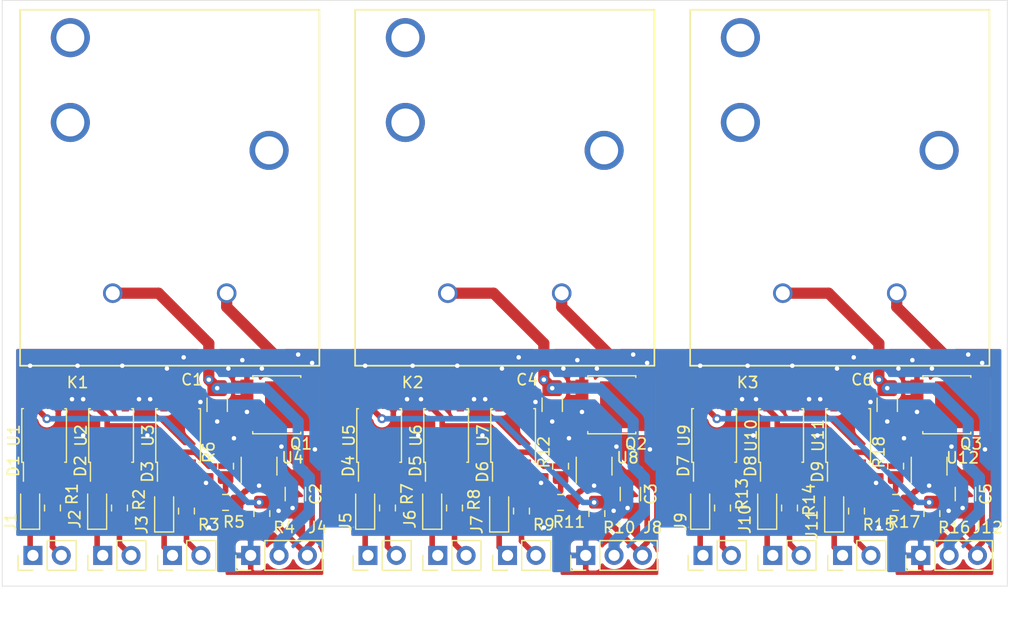
<source format=kicad_pcb>
(kicad_pcb (version 20171130) (host pcbnew "(5.1.4)-1")
  (layers (0 F.Cu signal) (31 B.Cu signal) (34 B.Paste user) (35 F.Paste user) (36 B.SilkS user) (37 F.SilkS user) (38 B.Mask user) (39 F.Mask user) (44 Edge.Cuts user))
  (net 0 "")
  (net 1 GND)
  (net 2 "Net-(K1-PadA1)")
  (net 3 "Net-(Q1-Pad4)")
  (net 4 VCC)
  (net 5 "Net-(D1-Pad2)")
  (net 6 "Net-(D1-Pad1)")
  (net 7 "Net-(D2-Pad2)")
  (net 8 "Net-(D2-Pad1)")
  (net 9 "Net-(D3-Pad2)")
  (net 10 "Net-(D3-Pad1)")
  (net 11 "Net-(J1-Pad2)")
  (net 12 "Net-(J2-Pad2)")
  (net 13 "Net-(J3-Pad2)")
  (net 14 "Net-(R1-Pad1)")
  (net 15 "Net-(R2-Pad1)")
  (net 16 "Net-(R3-Pad1)")
  (net 17 "Net-(R4-Pad1)")
  (net 18 "Net-(R5-Pad1)")
  (net 19 "Net-(R6-Pad1)")
  (net 20 VPP)
  (net 21 "Net-(D4-Pad2)")
  (net 22 "Net-(D4-Pad1)")
  (net 23 "Net-(D5-Pad2)")
  (net 24 "Net-(D5-Pad1)")
  (net 25 "Net-(D6-Pad2)")
  (net 26 "Net-(D6-Pad1)")
  (net 27 "Net-(D7-Pad2)")
  (net 28 "Net-(D7-Pad1)")
  (net 29 "Net-(D8-Pad2)")
  (net 30 "Net-(D8-Pad1)")
  (net 31 "Net-(D9-Pad2)")
  (net 32 "Net-(D9-Pad1)")
  (net 33 "Net-(J5-Pad2)")
  (net 34 "Net-(J6-Pad2)")
  (net 35 "Net-(J7-Pad2)")
  (net 36 "Net-(J9-Pad2)")
  (net 37 "Net-(J10-Pad2)")
  (net 38 "Net-(J11-Pad2)")
  (net 39 "Net-(K2-PadA1)")
  (net 40 "Net-(K3-PadA1)")
  (net 41 "Net-(Q2-Pad4)")
  (net 42 "Net-(Q3-Pad4)")
  (net 43 "Net-(R7-Pad1)")
  (net 44 "Net-(R8-Pad1)")
  (net 45 "Net-(R9-Pad1)")
  (net 46 "Net-(R10-Pad1)")
  (net 47 "Net-(R11-Pad1)")
  (net 48 "Net-(R12-Pad1)")
  (net 49 "Net-(R13-Pad1)")
  (net 50 "Net-(R14-Pad1)")
  (net 51 "Net-(R15-Pad1)")
  (net 52 "Net-(R16-Pad1)")
  (net 53 "Net-(R17-Pad1)")
  (net 54 "Net-(R18-Pad1)")
  (module Package_SO:SO-4_4.4x3.6mm_P2.54mm (layer F.Cu) (at 195 125.25 90)
    (fp_text reference U9 (at 0 -2.7 90) (layer F.SilkS))
    (fp_text value TLP291)
    (pad 4 smd rect (at 3.15 -1.27 90) (size 2 0.64) (layers F.Cu F.Paste F.Mask) (net 52 "Net-(R16-Pad1)"))
    (pad 3 smd rect (at 3.15 1.27 90) (size 2 0.64) (layers F.Cu F.Paste F.Mask) (net 1 GND))
    (pad 2 smd rect (at -3.15 1.27 90) (size 2 0.64) (layers F.Cu F.Paste F.Mask) (net 49 "Net-(R13-Pad1)"))
    (pad 1 smd rect (at -3.15 -1.27 90) (size 2 0.64) (layers F.Cu F.Paste F.Mask) (net 27 "Net-(D7-Pad2)"))
  )
  (module Package_SO:SO-4_4.4x3.6mm_P2.54mm (layer F.Cu) (at 165 125.25 90)
    (fp_text reference U5 (at 0 -2.7 90) (layer F.SilkS))
    (fp_text value TLP291)
    (pad 4 smd rect (at 3.15 -1.27 90) (size 2 0.64) (layers F.Cu F.Paste F.Mask) (net 46 "Net-(R10-Pad1)"))
    (pad 3 smd rect (at 3.15 1.27 90) (size 2 0.64) (layers F.Cu F.Paste F.Mask) (net 1 GND))
    (pad 2 smd rect (at -3.15 1.27 90) (size 2 0.64) (layers F.Cu F.Paste F.Mask) (net 43 "Net-(R7-Pad1)"))
    (pad 1 smd rect (at -3.15 -1.27 90) (size 2 0.64) (layers F.Cu F.Paste F.Mask) (net 21 "Net-(D4-Pad2)"))
  )
  (module Package_SO:SO-4_4.4x3.6mm_P2.54mm (layer F.Cu) (at 135 125.25 90)
    (fp_text reference U1 (at 0 -2.7 90) (layer F.SilkS))
    (fp_text value TLP291)
    (pad 4 smd rect (at 3.15 -1.27 90) (size 2 0.64) (layers F.Cu F.Paste F.Mask) (net 17 "Net-(R4-Pad1)"))
    (pad 3 smd rect (at 3.15 1.27 90) (size 2 0.64) (layers F.Cu F.Paste F.Mask) (net 1 GND))
    (pad 2 smd rect (at -3.15 1.27 90) (size 2 0.64) (layers F.Cu F.Paste F.Mask) (net 14 "Net-(R1-Pad1)"))
    (pad 1 smd rect (at -3.15 -1.27 90) (size 2 0.64) (layers F.Cu F.Paste F.Mask) (net 5 "Net-(D1-Pad2)"))
  )
  (module Package_SO:SO-4_4.4x3.6mm_P2.54mm (layer F.Cu) (at 207 125.25 90)
    (fp_text reference U11 (at 0 -2.7 90) (layer F.SilkS))
    (fp_text value TLP291)
    (pad 4 smd rect (at 3.15 -1.27 90) (size 2 0.64) (layers F.Cu F.Paste F.Mask) (net 54 "Net-(R18-Pad1)"))
    (pad 3 smd rect (at 3.15 1.27 90) (size 2 0.64) (layers F.Cu F.Paste F.Mask) (net 1 GND))
    (pad 2 smd rect (at -3.15 1.27 90) (size 2 0.64) (layers F.Cu F.Paste F.Mask) (net 51 "Net-(R15-Pad1)"))
    (pad 1 smd rect (at -3.15 -1.27 90) (size 2 0.64) (layers F.Cu F.Paste F.Mask) (net 31 "Net-(D9-Pad2)"))
  )
  (module Package_SO:SO-4_4.4x3.6mm_P2.54mm (layer F.Cu) (at 177 125.25 90)
    (fp_text reference U7 (at 0 -2.7 90) (layer F.SilkS))
    (fp_text value TLP291)
    (pad 4 smd rect (at 3.15 -1.27 90) (size 2 0.64) (layers F.Cu F.Paste F.Mask) (net 48 "Net-(R12-Pad1)"))
    (pad 3 smd rect (at 3.15 1.27 90) (size 2 0.64) (layers F.Cu F.Paste F.Mask) (net 1 GND))
    (pad 2 smd rect (at -3.15 1.27 90) (size 2 0.64) (layers F.Cu F.Paste F.Mask) (net 45 "Net-(R9-Pad1)"))
    (pad 1 smd rect (at -3.15 -1.27 90) (size 2 0.64) (layers F.Cu F.Paste F.Mask) (net 25 "Net-(D6-Pad2)"))
  )
  (module Package_SO:SO-4_4.4x3.6mm_P2.54mm (layer F.Cu) (at 147 125.25 90)
    (fp_text reference U3 (at 0 -2.7 90) (layer F.SilkS))
    (fp_text value TLP291)
    (pad 4 smd rect (at 3.15 -1.27 90) (size 2 0.64) (layers F.Cu F.Paste F.Mask) (net 19 "Net-(R6-Pad1)"))
    (pad 3 smd rect (at 3.15 1.27 90) (size 2 0.64) (layers F.Cu F.Paste F.Mask) (net 1 GND))
    (pad 2 smd rect (at -3.15 1.27 90) (size 2 0.64) (layers F.Cu F.Paste F.Mask) (net 16 "Net-(R3-Pad1)"))
    (pad 1 smd rect (at -3.15 -1.27 90) (size 2 0.64) (layers F.Cu F.Paste F.Mask) (net 9 "Net-(D3-Pad2)"))
  )
  (module Package_SO:SO-4_4.4x3.6mm_P2.54mm (layer F.Cu) (at 201 125.25 90)
    (fp_text reference U10 (at 0 -2.7 90) (layer F.SilkS))
    (fp_text value TLP291)
    (pad 4 smd rect (at 3.15 -1.27 90) (size 2 0.64) (layers F.Cu F.Paste F.Mask) (net 53 "Net-(R17-Pad1)"))
    (pad 3 smd rect (at 3.15 1.27 90) (size 2 0.64) (layers F.Cu F.Paste F.Mask) (net 1 GND))
    (pad 2 smd rect (at -3.15 1.27 90) (size 2 0.64) (layers F.Cu F.Paste F.Mask) (net 50 "Net-(R14-Pad1)"))
    (pad 1 smd rect (at -3.15 -1.27 90) (size 2 0.64) (layers F.Cu F.Paste F.Mask) (net 29 "Net-(D8-Pad2)"))
  )
  (module Package_SO:SO-4_4.4x3.6mm_P2.54mm (layer F.Cu) (at 171 125.25 90)
    (fp_text reference U6 (at 0 -2.7 90) (layer F.SilkS))
    (fp_text value TLP291)
    (pad 4 smd rect (at 3.15 -1.27 90) (size 2 0.64) (layers F.Cu F.Paste F.Mask) (net 47 "Net-(R11-Pad1)"))
    (pad 3 smd rect (at 3.15 1.27 90) (size 2 0.64) (layers F.Cu F.Paste F.Mask) (net 1 GND))
    (pad 2 smd rect (at -3.15 1.27 90) (size 2 0.64) (layers F.Cu F.Paste F.Mask) (net 44 "Net-(R8-Pad1)"))
    (pad 1 smd rect (at -3.15 -1.27 90) (size 2 0.64) (layers F.Cu F.Paste F.Mask) (net 23 "Net-(D5-Pad2)"))
  )
  (module Package_SO:SO-4_4.4x3.6mm_P2.54mm (layer F.Cu) (at 141 125.25 90)
    (fp_text reference U2 (at 0 -2.7 90) (layer F.SilkS))
    (fp_text value TLP291)
    (pad 4 smd rect (at 3.15 -1.27 90) (size 2 0.64) (layers F.Cu F.Paste F.Mask) (net 18 "Net-(R5-Pad1)"))
    (pad 3 smd rect (at 3.15 1.27 90) (size 2 0.64) (layers F.Cu F.Paste F.Mask) (net 1 GND))
    (pad 2 smd rect (at -3.15 1.27 90) (size 2 0.64) (layers F.Cu F.Paste F.Mask) (net 15 "Net-(R2-Pad1)"))
    (pad 1 smd rect (at -3.15 -1.27 90) (size 2 0.64) (layers F.Cu F.Paste F.Mask) (net 7 "Net-(D2-Pad2)"))
  )
  (module Resistor_SMD:R_0805_2012Metric_Pad1.15x1.40mm_HandSolder (layer F.Cu) (at 171.75 131.75 270)
    (fp_text reference R8 (at -0.75 -1.75 90) (layer F.SilkS))
    (fp_text value R)
    (pad 2 smd roundrect (at 1.025 0 270) (size 1.15 1.4) (layers F.Cu F.Paste F.Mask) (roundrect_rratio 0.217391) (net 34 "Net-(J6-Pad2)"))
    (pad 1 smd roundrect (at -1.025 0 270) (size 1.15 1.4) (layers F.Cu F.Paste F.Mask) (roundrect_rratio 0.217391) (net 44 "Net-(R8-Pad1)"))
  )
  (module Diode_SMD:D_SOD-323_HandSoldering (layer F.Cu) (at 163.75 131.75 90)
    (fp_text reference D4 (at 3.75 -1.5 90) (layer F.SilkS))
    (fp_text value D_Zener)
    (pad 2 smd rect (at 1.25 0 90) (size 1 1) (layers F.Cu F.Paste F.Mask) (net 21 "Net-(D4-Pad2)"))
    (pad 1 smd rect (at -1.25 0 90) (size 1 1) (layers F.Cu F.Paste F.Mask) (net 22 "Net-(D4-Pad1)"))
  )
  (module Diode_SMD:D_SOD-323_HandSoldering (layer F.Cu) (at 175.75 132 90)
    (fp_text reference D6 (at 3.5 -1.5 90) (layer F.SilkS))
    (fp_text value D_Zener)
    (pad 2 smd rect (at 1.25 0 90) (size 1 1) (layers F.Cu F.Paste F.Mask) (net 25 "Net-(D6-Pad2)"))
    (pad 1 smd rect (at -1.25 0 90) (size 1 1) (layers F.Cu F.Paste F.Mask) (net 26 "Net-(D6-Pad1)"))
  )
  (module Capacitor_SMD:C_1206_3216Metric_Pad1.42x1.75mm_HandSolder (layer F.Cu) (at 210.5 122.5 270)
    (fp_text reference C6 (at -2.25 2.25 180) (layer F.SilkS))
    (fp_text value C)
    (pad 2 smd roundrect (at 1.4875 0 270) (size 1.425 1.75) (layers F.Cu F.Paste F.Mask) (roundrect_rratio 0.175439) (net 1 GND))
    (pad 1 smd roundrect (at -1.4875 0 270) (size 1.425 1.75) (layers F.Cu F.Paste F.Mask) (roundrect_rratio 0.175439) (net 20 VPP))
  )
  (module Diode_SMD:D_SOD-323_HandSoldering (layer F.Cu) (at 205.75 132 90)
    (fp_text reference D9 (at 3.5 -1.5 90) (layer F.SilkS))
    (fp_text value D_Zener)
    (pad 2 smd rect (at 1.25 0 90) (size 1 1) (layers F.Cu F.Paste F.Mask) (net 31 "Net-(D9-Pad2)"))
    (pad 1 smd rect (at -1.25 0 90) (size 1 1) (layers F.Cu F.Paste F.Mask) (net 32 "Net-(D9-Pad1)"))
  )
  (module Resistor_SMD:R_0805_2012Metric_Pad1.15x1.40mm_HandSolder (layer F.Cu) (at 165.75 131.75 270)
    (fp_text reference R7 (at -1.25 -1.75 90) (layer F.SilkS))
    (fp_text value R)
    (pad 2 smd roundrect (at 1.025 0 270) (size 1.15 1.4) (layers F.Cu F.Paste F.Mask) (roundrect_rratio 0.217391) (net 33 "Net-(J5-Pad2)"))
    (pad 1 smd roundrect (at -1.025 0 270) (size 1.15 1.4) (layers F.Cu F.Paste F.Mask) (roundrect_rratio 0.217391) (net 43 "Net-(R7-Pad1)"))
  )
  (module Package_TO_SOT_SMD:LFPAK56 (layer F.Cu) (at 186 122.5)
    (fp_text reference Q2 (at 2 3.5) (layer F.SilkS))
    (fp_text value PSMN5R2-60YL)
    (pad 2 smd rect (at -2.835 -0.64 270) (size 0.7 1.15) (layers F.Cu F.Paste F.Mask) (net 1 GND))
    (pad 1 smd rect (at -2.835 -1.91 270) (size 0.7 1.15) (layers F.Cu F.Paste F.Mask) (net 1 GND))
    (pad 3 smd rect (at -2.835 0.64 270) (size 0.7 1.15) (layers F.Cu F.Paste F.Mask) (net 1 GND))
    (pad 5 smd rect (at 2.635 0 270) (size 4.7 1.55) (layers F.Cu F.Mask) (net 39 "Net-(K2-PadA1)"))
    (pad 5 smd rect (at 0.435 0 270) (size 4.2 3.3) (layers F.Cu F.Mask) (net 39 "Net-(K2-PadA1)"))
    (pad 4 smd rect (at -2.835 1.91 270) (size 0.7 1.15) (layers F.Cu F.Paste F.Mask) (net 41 "Net-(Q2-Pad4)"))
  )
  (module Capacitor_SMD:C_1206_3216Metric_Pad1.42x1.75mm_HandSolder (layer F.Cu) (at 217.5 130.5 270)
    (fp_text reference C5 (at 0 -1.82 90) (layer F.SilkS))
    (fp_text value C)
    (pad 2 smd roundrect (at 1.4875 0 270) (size 1.425 1.75) (layers F.Cu F.Paste F.Mask) (roundrect_rratio 0.175439) (net 1 GND))
    (pad 1 smd roundrect (at -1.4875 0 270) (size 1.425 1.75) (layers F.Cu F.Paste F.Mask) (roundrect_rratio 0.175439) (net 4 VCC))
  )
  (module Capacitor_SMD:C_1206_3216Metric_Pad1.42x1.75mm_HandSolder (layer F.Cu) (at 180.5 122.5 270)
    (fp_text reference C4 (at -2.25 2.25 180) (layer F.SilkS))
    (fp_text value C)
    (pad 2 smd roundrect (at 1.4875 0 270) (size 1.425 1.75) (layers F.Cu F.Paste F.Mask) (roundrect_rratio 0.175439) (net 1 GND))
    (pad 1 smd roundrect (at -1.4875 0 270) (size 1.425 1.75) (layers F.Cu F.Paste F.Mask) (roundrect_rratio 0.175439) (net 20 VPP))
  )
  (module Diode_SMD:D_SOD-323_HandSoldering (layer F.Cu) (at 169.75 131.75 90)
    (fp_text reference D5 (at 3.75 -1.5 90) (layer F.SilkS))
    (fp_text value D_Zener)
    (pad 2 smd rect (at 1.25 0 90) (size 1 1) (layers F.Cu F.Paste F.Mask) (net 23 "Net-(D5-Pad2)"))
    (pad 1 smd rect (at -1.25 0 90) (size 1 1) (layers F.Cu F.Paste F.Mask) (net 24 "Net-(D5-Pad1)"))
  )
  (module Capacitor_SMD:C_1206_3216Metric_Pad1.42x1.75mm_HandSolder (layer F.Cu) (at 187.5 130.5 270)
    (fp_text reference C3 (at 0 -1.82 90) (layer F.SilkS))
    (fp_text value C)
    (pad 2 smd roundrect (at 1.4875 0 270) (size 1.425 1.75) (layers F.Cu F.Paste F.Mask) (roundrect_rratio 0.175439) (net 1 GND))
    (pad 1 smd roundrect (at -1.4875 0 270) (size 1.425 1.75) (layers F.Cu F.Paste F.Mask) (roundrect_rratio 0.175439) (net 4 VCC))
  )
  (module Diode_SMD:D_SOD-323_HandSoldering (layer F.Cu) (at 193.75 131.75 90)
    (fp_text reference D7 (at 3.75 -1.5 90) (layer F.SilkS))
    (fp_text value D_Zener)
    (pad 2 smd rect (at 1.25 0 90) (size 1 1) (layers F.Cu F.Paste F.Mask) (net 27 "Net-(D7-Pad2)"))
    (pad 1 smd rect (at -1.25 0 90) (size 1 1) (layers F.Cu F.Paste F.Mask) (net 28 "Net-(D7-Pad1)"))
  )
  (module Package_TO_SOT_SMD:LFPAK56 (layer F.Cu) (at 216 122.5)
    (fp_text reference Q3 (at 2 3.5) (layer F.SilkS))
    (fp_text value PSMN5R2-60YL)
    (pad 2 smd rect (at -2.835 -0.64 270) (size 0.7 1.15) (layers F.Cu F.Paste F.Mask) (net 1 GND))
    (pad 1 smd rect (at -2.835 -1.91 270) (size 0.7 1.15) (layers F.Cu F.Paste F.Mask) (net 1 GND))
    (pad 3 smd rect (at -2.835 0.64 270) (size 0.7 1.15) (layers F.Cu F.Paste F.Mask) (net 1 GND))
    (pad 5 smd rect (at 2.635 0 270) (size 4.7 1.55) (layers F.Cu F.Mask) (net 40 "Net-(K3-PadA1)"))
    (pad 5 smd rect (at 0.435 0 270) (size 4.2 3.3) (layers F.Cu F.Mask) (net 40 "Net-(K3-PadA1)"))
    (pad 4 smd rect (at -2.835 1.91 270) (size 0.7 1.15) (layers F.Cu F.Paste F.Mask) (net 42 "Net-(Q3-Pad4)"))
  )
  (module Diode_SMD:D_SOD-323_HandSoldering (layer F.Cu) (at 199.75 131.75 90)
    (fp_text reference D8 (at 3.75 -1.5 90) (layer F.SilkS))
    (fp_text value D_Zener)
    (pad 2 smd rect (at 1.25 0 90) (size 1 1) (layers F.Cu F.Paste F.Mask) (net 29 "Net-(D8-Pad2)"))
    (pad 1 smd rect (at -1.25 0 90) (size 1 1) (layers F.Cu F.Paste F.Mask) (net 30 "Net-(D8-Pad1)"))
  )
  (module Package_SO:TSOP-6_1.65x3.05mm_P0.95mm (layer F.Cu) (at 214.25 128 90)
    (fp_text reference U12 (at 0.75 3 180) (layer F.SilkS))
    (fp_text value 74LVC1G27)
    (pad 6 smd rect (at 1.16 -0.95 90) (size 0.7 0.51) (layers F.Cu F.Paste F.Mask) (net 54 "Net-(R18-Pad1)"))
    (pad 5 smd rect (at 1.16 0 90) (size 0.7 0.51) (layers F.Cu F.Paste F.Mask) (net 4 VCC))
    (pad 4 smd rect (at 1.16 0.95 90) (size 0.7 0.51) (layers F.Cu F.Paste F.Mask) (net 42 "Net-(Q3-Pad4)"))
    (pad 3 smd rect (at -1.16 0.95 90) (size 0.7 0.51) (layers F.Cu F.Paste F.Mask) (net 52 "Net-(R16-Pad1)"))
    (pad 2 smd rect (at -1.16 0 90) (size 0.7 0.51) (layers F.Cu F.Paste F.Mask) (net 1 GND))
    (pad 1 smd rect (at -1.16 -0.95 90) (size 0.7 0.51) (layers F.Cu F.Paste F.Mask) (net 53 "Net-(R17-Pad1)"))
  )
  (module Resistor_SMD:R_0805_2012Metric_Pad1.15x1.40mm_HandSolder (layer F.Cu) (at 211.25 128 270)
    (fp_text reference R18 (at -1.25 1.5 90) (layer F.SilkS))
    (fp_text value R)
    (pad 2 smd roundrect (at 1.025 0 270) (size 1.15 1.4) (layers F.Cu F.Paste F.Mask) (roundrect_rratio 0.217391) (net 4 VCC))
    (pad 1 smd roundrect (at -1.025 0 270) (size 1.15 1.4) (layers F.Cu F.Paste F.Mask) (roundrect_rratio 0.217391) (net 54 "Net-(R18-Pad1)"))
  )
  (module Resistor_SMD:R_0805_2012Metric_Pad1.15x1.40mm_HandSolder (layer F.Cu) (at 214.5 132.25 270)
    (fp_text reference R16 (at 1.25 -2 180) (layer F.SilkS))
    (fp_text value R)
    (pad 2 smd roundrect (at 1.025 0 270) (size 1.15 1.4) (layers F.Cu F.Paste F.Mask) (roundrect_rratio 0.217391) (net 4 VCC))
    (pad 1 smd roundrect (at -1.025 0 270) (size 1.15 1.4) (layers F.Cu F.Paste F.Mask) (roundrect_rratio 0.217391) (net 52 "Net-(R16-Pad1)"))
  )
  (module Resistor_SMD:R_0805_2012Metric_Pad1.15x1.40mm_HandSolder (layer F.Cu) (at 207.75 132.025 270)
    (fp_text reference R15 (at 1.225 -2 180) (layer F.SilkS))
    (fp_text value R)
    (pad 2 smd roundrect (at 1.025 0 270) (size 1.15 1.4) (layers F.Cu F.Paste F.Mask) (roundrect_rratio 0.217391) (net 38 "Net-(J11-Pad2)"))
    (pad 1 smd roundrect (at -1.025 0 270) (size 1.15 1.4) (layers F.Cu F.Paste F.Mask) (roundrect_rratio 0.217391) (net 51 "Net-(R15-Pad1)"))
  )
  (module Resistor_SMD:R_0805_2012Metric_Pad1.15x1.40mm_HandSolder (layer F.Cu) (at 181.25 131.25 180)
    (fp_text reference R11 (at -0.75 -1.75) (layer F.SilkS))
    (fp_text value R)
    (pad 2 smd roundrect (at 1.025 0 180) (size 1.15 1.4) (layers F.Cu F.Paste F.Mask) (roundrect_rratio 0.217391) (net 4 VCC))
    (pad 1 smd roundrect (at -1.025 0 180) (size 1.15 1.4) (layers F.Cu F.Paste F.Mask) (roundrect_rratio 0.217391) (net 47 "Net-(R11-Pad1)"))
  )
  (module Resistor_SMD:R_0805_2012Metric_Pad1.15x1.40mm_HandSolder (layer F.Cu) (at 184.5 132.25 270)
    (fp_text reference R10 (at 1.25 -2 180) (layer F.SilkS))
    (fp_text value R)
    (pad 2 smd roundrect (at 1.025 0 270) (size 1.15 1.4) (layers F.Cu F.Paste F.Mask) (roundrect_rratio 0.217391) (net 4 VCC))
    (pad 1 smd roundrect (at -1.025 0 270) (size 1.15 1.4) (layers F.Cu F.Paste F.Mask) (roundrect_rratio 0.217391) (net 46 "Net-(R10-Pad1)"))
  )
  (module Package_SO:TSOP-6_1.65x3.05mm_P0.95mm (layer F.Cu) (at 184.25 128 90)
    (fp_text reference U8 (at 0.75 3 180) (layer F.SilkS))
    (fp_text value 74LVC1G27)
    (pad 6 smd rect (at 1.16 -0.95 90) (size 0.7 0.51) (layers F.Cu F.Paste F.Mask) (net 48 "Net-(R12-Pad1)"))
    (pad 5 smd rect (at 1.16 0 90) (size 0.7 0.51) (layers F.Cu F.Paste F.Mask) (net 4 VCC))
    (pad 4 smd rect (at 1.16 0.95 90) (size 0.7 0.51) (layers F.Cu F.Paste F.Mask) (net 41 "Net-(Q2-Pad4)"))
    (pad 3 smd rect (at -1.16 0.95 90) (size 0.7 0.51) (layers F.Cu F.Paste F.Mask) (net 46 "Net-(R10-Pad1)"))
    (pad 2 smd rect (at -1.16 0 90) (size 0.7 0.51) (layers F.Cu F.Paste F.Mask) (net 1 GND))
    (pad 1 smd rect (at -1.16 -0.95 90) (size 0.7 0.51) (layers F.Cu F.Paste F.Mask) (net 47 "Net-(R11-Pad1)"))
  )
  (module Resistor_SMD:R_0805_2012Metric_Pad1.15x1.40mm_HandSolder (layer F.Cu) (at 195.75 131.75 270)
    (fp_text reference R13 (at -1.25 -1.75 90) (layer F.SilkS))
    (fp_text value R)
    (pad 2 smd roundrect (at 1.025 0 270) (size 1.15 1.4) (layers F.Cu F.Paste F.Mask) (roundrect_rratio 0.217391) (net 36 "Net-(J9-Pad2)"))
    (pad 1 smd roundrect (at -1.025 0 270) (size 1.15 1.4) (layers F.Cu F.Paste F.Mask) (roundrect_rratio 0.217391) (net 49 "Net-(R13-Pad1)"))
  )
  (module Resistor_SMD:R_0805_2012Metric_Pad1.15x1.40mm_HandSolder (layer F.Cu) (at 201.75 131.75 270)
    (fp_text reference R14 (at -0.75 -1.75 90) (layer F.SilkS))
    (fp_text value R)
    (pad 2 smd roundrect (at 1.025 0 270) (size 1.15 1.4) (layers F.Cu F.Paste F.Mask) (roundrect_rratio 0.217391) (net 37 "Net-(J10-Pad2)"))
    (pad 1 smd roundrect (at -1.025 0 270) (size 1.15 1.4) (layers F.Cu F.Paste F.Mask) (roundrect_rratio 0.217391) (net 50 "Net-(R14-Pad1)"))
  )
  (module Resistor_SMD:R_0805_2012Metric_Pad1.15x1.40mm_HandSolder (layer F.Cu) (at 181.25 128 270)
    (fp_text reference R12 (at -1.25 1.5 90) (layer F.SilkS))
    (fp_text value R)
    (pad 2 smd roundrect (at 1.025 0 270) (size 1.15 1.4) (layers F.Cu F.Paste F.Mask) (roundrect_rratio 0.217391) (net 4 VCC))
    (pad 1 smd roundrect (at -1.025 0 270) (size 1.15 1.4) (layers F.Cu F.Paste F.Mask) (roundrect_rratio 0.217391) (net 48 "Net-(R12-Pad1)"))
  )
  (module Resistor_SMD:R_0805_2012Metric_Pad1.15x1.40mm_HandSolder (layer F.Cu) (at 211.25 131.25 180)
    (fp_text reference R17 (at -0.75 -1.75) (layer F.SilkS))
    (fp_text value R)
    (pad 2 smd roundrect (at 1.025 0 180) (size 1.15 1.4) (layers F.Cu F.Paste F.Mask) (roundrect_rratio 0.217391) (net 4 VCC))
    (pad 1 smd roundrect (at -1.025 0 180) (size 1.15 1.4) (layers F.Cu F.Paste F.Mask) (roundrect_rratio 0.217391) (net 53 "Net-(R17-Pad1)"))
  )
  (module Resistor_SMD:R_0805_2012Metric_Pad1.15x1.40mm_HandSolder (layer F.Cu) (at 177.75 132.025 270)
    (fp_text reference R9 (at 1.225 -2 180) (layer F.SilkS))
    (fp_text value R)
    (pad 2 smd roundrect (at 1.025 0 270) (size 1.15 1.4) (layers F.Cu F.Paste F.Mask) (roundrect_rratio 0.217391) (net 35 "Net-(J7-Pad2)"))
    (pad 1 smd roundrect (at -1.025 0 270) (size 1.15 1.4) (layers F.Cu F.Paste F.Mask) (roundrect_rratio 0.217391) (net 45 "Net-(R9-Pad1)"))
  )
  (module SamacSys_Parts:Relay_CIT_J115F2 (layer F.Cu) (at 206.25 112.5)
    (fp_text reference K3 (at -8.25 8) (layer F.SilkS))
    (fp_text value Relay_CIT_J115F2)
    (pad A1 thru_hole circle (at 5.1 0) (size 1.75 1.75) (drill 1.25) (layers *.Cu *.Mask) (net 40 "Net-(K3-PadA1)"))
    (pad 1 thru_hole circle (at 8.9 -12.8) (size 3.5 3.5) (drill 2.5) (layers *.Cu *.Mask))
    (pad A2 thru_hole circle (at -5.1 0) (size 1.75 1.75) (drill 1.25) (layers *.Cu *.Mask) (net 20 VPP))
    (pad 2 thru_hole circle (at -8.9 -15.3) (size 3.5 3.5) (drill 2.5) (layers *.Cu *.Mask))
    (pad 3 thru_hole circle (at -8.9 -22.9) (size 3.5 3.5) (drill 2.5) (layers *.Cu *.Mask))
  )
  (module SamacSys_Parts:Relay_CIT_J115F2 (layer F.Cu) (at 176.25 112.5)
    (fp_text reference K2 (at -8.25 8) (layer F.SilkS))
    (fp_text value Relay_CIT_J115F2)
    (pad A1 thru_hole circle (at 5.1 0) (size 1.75 1.75) (drill 1.25) (layers *.Cu *.Mask) (net 39 "Net-(K2-PadA1)"))
    (pad 1 thru_hole circle (at 8.9 -12.8) (size 3.5 3.5) (drill 2.5) (layers *.Cu *.Mask))
    (pad A2 thru_hole circle (at -5.1 0) (size 1.75 1.75) (drill 1.25) (layers *.Cu *.Mask) (net 20 VPP))
    (pad 2 thru_hole circle (at -8.9 -15.3) (size 3.5 3.5) (drill 2.5) (layers *.Cu *.Mask))
    (pad 3 thru_hole circle (at -8.9 -22.9) (size 3.5 3.5) (drill 2.5) (layers *.Cu *.Mask))
  )
  (module Connector_PinHeader_2.54mm:PinHeader_1x03_P2.54mm_Vertical (layer F.Cu) (at 213.5 136 90)
    (fp_text reference J12 (at 2.5 6 180) (layer F.SilkS))
    (fp_text value Conn_01x03_Male)
    (pad 3 thru_hole oval (at 0 5.08 90) (size 1.7 1.7) (drill 1) (layers *.Cu *.Mask) (net 4 VCC))
    (pad 2 thru_hole oval (at 0 2.54 90) (size 1.7 1.7) (drill 1) (layers *.Cu *.Mask) (net 20 VPP))
    (pad 1 thru_hole rect (at 0 0 90) (size 1.7 1.7) (drill 1) (layers *.Cu *.Mask) (net 1 GND))
  )
  (module Connector_PinHeader_2.54mm:PinHeader_1x02_P2.54mm_Vertical (layer F.Cu) (at 206.5 136 90)
    (fp_text reference J11 (at 2.75 -2.75 90) (layer F.SilkS))
    (fp_text value Conn_01x02_Male)
    (pad 2 thru_hole oval (at 0 2.54 90) (size 1.7 1.7) (drill 1) (layers *.Cu *.Mask) (net 38 "Net-(J11-Pad2)"))
    (pad 1 thru_hole rect (at 0 0 90) (size 1.7 1.7) (drill 1) (layers *.Cu *.Mask) (net 32 "Net-(D9-Pad1)"))
  )
  (module Connector_PinHeader_2.54mm:PinHeader_1x02_P2.54mm_Vertical (layer F.Cu) (at 200.25 136 90)
    (fp_text reference J10 (at 3.25 -2.5 90) (layer F.SilkS))
    (fp_text value Conn_01x02_Male)
    (pad 2 thru_hole oval (at 0 2.54 90) (size 1.7 1.7) (drill 1) (layers *.Cu *.Mask) (net 37 "Net-(J10-Pad2)"))
    (pad 1 thru_hole rect (at 0 0 90) (size 1.7 1.7) (drill 1) (layers *.Cu *.Mask) (net 30 "Net-(D8-Pad1)"))
  )
  (module Connector_PinHeader_2.54mm:PinHeader_1x02_P2.54mm_Vertical (layer F.Cu) (at 194 136 90)
    (fp_text reference J9 (at 3 -2 90) (layer F.SilkS))
    (fp_text value Conn_01x02_Male)
    (pad 2 thru_hole oval (at 0 2.54 90) (size 1.7 1.7) (drill 1) (layers *.Cu *.Mask) (net 36 "Net-(J9-Pad2)"))
    (pad 1 thru_hole rect (at 0 0 90) (size 1.7 1.7) (drill 1) (layers *.Cu *.Mask) (net 28 "Net-(D7-Pad1)"))
  )
  (module Connector_PinHeader_2.54mm:PinHeader_1x03_P2.54mm_Vertical (layer F.Cu) (at 183.5 136 90)
    (fp_text reference J8 (at 2.5 6 180) (layer F.SilkS))
    (fp_text value Conn_01x03_Male)
    (pad 3 thru_hole oval (at 0 5.08 90) (size 1.7 1.7) (drill 1) (layers *.Cu *.Mask) (net 4 VCC))
    (pad 2 thru_hole oval (at 0 2.54 90) (size 1.7 1.7) (drill 1) (layers *.Cu *.Mask) (net 20 VPP))
    (pad 1 thru_hole rect (at 0 0 90) (size 1.7 1.7) (drill 1) (layers *.Cu *.Mask) (net 1 GND))
  )
  (module Connector_PinHeader_2.54mm:PinHeader_1x02_P2.54mm_Vertical (layer F.Cu) (at 176.5 136 90)
    (fp_text reference J7 (at 2.75 -2.75 90) (layer F.SilkS))
    (fp_text value Conn_01x02_Male)
    (pad 2 thru_hole oval (at 0 2.54 90) (size 1.7 1.7) (drill 1) (layers *.Cu *.Mask) (net 35 "Net-(J7-Pad2)"))
    (pad 1 thru_hole rect (at 0 0 90) (size 1.7 1.7) (drill 1) (layers *.Cu *.Mask) (net 26 "Net-(D6-Pad1)"))
  )
  (module Connector_PinHeader_2.54mm:PinHeader_1x02_P2.54mm_Vertical (layer F.Cu) (at 170.25 136 90)
    (fp_text reference J6 (at 3.25 -2.5 90) (layer F.SilkS))
    (fp_text value Conn_01x02_Male)
    (pad 2 thru_hole oval (at 0 2.54 90) (size 1.7 1.7) (drill 1) (layers *.Cu *.Mask) (net 34 "Net-(J6-Pad2)"))
    (pad 1 thru_hole rect (at 0 0 90) (size 1.7 1.7) (drill 1) (layers *.Cu *.Mask) (net 24 "Net-(D5-Pad1)"))
  )
  (module Connector_PinHeader_2.54mm:PinHeader_1x02_P2.54mm_Vertical (layer F.Cu) (at 164 136 90)
    (fp_text reference J5 (at 3 -2 90) (layer F.SilkS))
    (fp_text value Conn_01x02_Male)
    (pad 2 thru_hole oval (at 0 2.54 90) (size 1.7 1.7) (drill 1) (layers *.Cu *.Mask) (net 33 "Net-(J5-Pad2)"))
    (pad 1 thru_hole rect (at 0 0 90) (size 1.7 1.7) (drill 1) (layers *.Cu *.Mask) (net 22 "Net-(D4-Pad1)"))
  )
  (module Connector_PinHeader_2.54mm:PinHeader_1x03_P2.54mm_Vertical (layer F.Cu) (at 153.5 136 90)
    (fp_text reference J4 (at 2.5 6 180) (layer F.SilkS))
    (fp_text value Conn_01x03_Male)
    (pad 3 thru_hole oval (at 0 5.08 90) (size 1.7 1.7) (drill 1) (layers *.Cu *.Mask) (net 4 VCC))
    (pad 2 thru_hole oval (at 0 2.54 90) (size 1.7 1.7) (drill 1) (layers *.Cu *.Mask) (net 20 VPP))
    (pad 1 thru_hole rect (at 0 0 90) (size 1.7 1.7) (drill 1) (layers *.Cu *.Mask) (net 1 GND))
  )
  (module Resistor_SMD:R_0805_2012Metric_Pad1.15x1.40mm_HandSolder (layer F.Cu) (at 151.25 128 270)
    (fp_text reference R6 (at -1.25 1.5 90) (layer F.SilkS))
    (fp_text value R)
    (pad 2 smd roundrect (at 1.025 0 270) (size 1.15 1.4) (layers F.Cu F.Paste F.Mask) (roundrect_rratio 0.217391) (net 4 VCC))
    (pad 1 smd roundrect (at -1.025 0 270) (size 1.15 1.4) (layers F.Cu F.Paste F.Mask) (roundrect_rratio 0.217391) (net 19 "Net-(R6-Pad1)"))
  )
  (module Capacitor_SMD:C_1206_3216Metric_Pad1.42x1.75mm_HandSolder (layer F.Cu) (at 157.5 130.5 270)
    (fp_text reference C2 (at 0 -1.82 90) (layer F.SilkS))
    (fp_text value C)
    (pad 2 smd roundrect (at 1.4875 0 270) (size 1.425 1.75) (layers F.Cu F.Paste F.Mask) (roundrect_rratio 0.175439) (net 1 GND))
    (pad 1 smd roundrect (at -1.4875 0 270) (size 1.425 1.75) (layers F.Cu F.Paste F.Mask) (roundrect_rratio 0.175439) (net 4 VCC))
  )
  (module Resistor_SMD:R_0805_2012Metric_Pad1.15x1.40mm_HandSolder (layer F.Cu) (at 151.25 131.25 180)
    (fp_text reference R5 (at -0.75 -1.75) (layer F.SilkS))
    (fp_text value R)
    (pad 2 smd roundrect (at 1.025 0 180) (size 1.15 1.4) (layers F.Cu F.Paste F.Mask) (roundrect_rratio 0.217391) (net 4 VCC))
    (pad 1 smd roundrect (at -1.025 0 180) (size 1.15 1.4) (layers F.Cu F.Paste F.Mask) (roundrect_rratio 0.217391) (net 18 "Net-(R5-Pad1)"))
  )
  (module Resistor_SMD:R_0805_2012Metric_Pad1.15x1.40mm_HandSolder (layer F.Cu) (at 154.5 132.25 270)
    (fp_text reference R4 (at 1.25 -2 180) (layer F.SilkS))
    (fp_text value R)
    (pad 2 smd roundrect (at 1.025 0 270) (size 1.15 1.4) (layers F.Cu F.Paste F.Mask) (roundrect_rratio 0.217391) (net 4 VCC))
    (pad 1 smd roundrect (at -1.025 0 270) (size 1.15 1.4) (layers F.Cu F.Paste F.Mask) (roundrect_rratio 0.217391) (net 17 "Net-(R4-Pad1)"))
  )
  (module Resistor_SMD:R_0805_2012Metric_Pad1.15x1.40mm_HandSolder (layer F.Cu) (at 147.75 132.025 270)
    (fp_text reference R3 (at 1.225 -2 180) (layer F.SilkS))
    (fp_text value R)
    (pad 2 smd roundrect (at 1.025 0 270) (size 1.15 1.4) (layers F.Cu F.Paste F.Mask) (roundrect_rratio 0.217391) (net 13 "Net-(J3-Pad2)"))
    (pad 1 smd roundrect (at -1.025 0 270) (size 1.15 1.4) (layers F.Cu F.Paste F.Mask) (roundrect_rratio 0.217391) (net 16 "Net-(R3-Pad1)"))
  )
  (module Resistor_SMD:R_0805_2012Metric_Pad1.15x1.40mm_HandSolder (layer F.Cu) (at 141.75 131.75 270)
    (fp_text reference R2 (at -0.75 -1.75 90) (layer F.SilkS))
    (fp_text value R)
    (pad 2 smd roundrect (at 1.025 0 270) (size 1.15 1.4) (layers F.Cu F.Paste F.Mask) (roundrect_rratio 0.217391) (net 12 "Net-(J2-Pad2)"))
    (pad 1 smd roundrect (at -1.025 0 270) (size 1.15 1.4) (layers F.Cu F.Paste F.Mask) (roundrect_rratio 0.217391) (net 15 "Net-(R2-Pad1)"))
  )
  (module Resistor_SMD:R_0805_2012Metric_Pad1.15x1.40mm_HandSolder (layer F.Cu) (at 135.75 131.75 270)
    (fp_text reference R1 (at -1.25 -1.75 90) (layer F.SilkS))
    (fp_text value R)
    (pad 2 smd roundrect (at 1.025 0 270) (size 1.15 1.4) (layers F.Cu F.Paste F.Mask) (roundrect_rratio 0.217391) (net 11 "Net-(J1-Pad2)"))
    (pad 1 smd roundrect (at -1.025 0 270) (size 1.15 1.4) (layers F.Cu F.Paste F.Mask) (roundrect_rratio 0.217391) (net 14 "Net-(R1-Pad1)"))
  )
  (module Connector_PinHeader_2.54mm:PinHeader_1x02_P2.54mm_Vertical (layer F.Cu) (at 146.5 136 90)
    (fp_text reference J3 (at 2.75 -2.75 90) (layer F.SilkS))
    (fp_text value Conn_01x02_Male)
    (pad 2 thru_hole oval (at 0 2.54 90) (size 1.7 1.7) (drill 1) (layers *.Cu *.Mask) (net 13 "Net-(J3-Pad2)"))
    (pad 1 thru_hole rect (at 0 0 90) (size 1.7 1.7) (drill 1) (layers *.Cu *.Mask) (net 10 "Net-(D3-Pad1)"))
  )
  (module Connector_PinHeader_2.54mm:PinHeader_1x02_P2.54mm_Vertical (layer F.Cu) (at 140.25 136 90)
    (fp_text reference J2 (at 3.25 -2.5 90) (layer F.SilkS))
    (fp_text value Conn_01x02_Male)
    (pad 2 thru_hole oval (at 0 2.54 90) (size 1.7 1.7) (drill 1) (layers *.Cu *.Mask) (net 12 "Net-(J2-Pad2)"))
    (pad 1 thru_hole rect (at 0 0 90) (size 1.7 1.7) (drill 1) (layers *.Cu *.Mask) (net 8 "Net-(D2-Pad1)"))
  )
  (module Connector_PinHeader_2.54mm:PinHeader_1x02_P2.54mm_Vertical (layer F.Cu) (at 134 136 90)
    (fp_text reference J1 (at 3 -2 90) (layer F.SilkS))
    (fp_text value Conn_01x02_Male)
    (pad 2 thru_hole oval (at 0 2.54 90) (size 1.7 1.7) (drill 1) (layers *.Cu *.Mask) (net 11 "Net-(J1-Pad2)"))
    (pad 1 thru_hole rect (at 0 0 90) (size 1.7 1.7) (drill 1) (layers *.Cu *.Mask) (net 6 "Net-(D1-Pad1)"))
  )
  (module Diode_SMD:D_SOD-323_HandSoldering (layer F.Cu) (at 145.75 132 90)
    (fp_text reference D3 (at 3.5 -1.5 90) (layer F.SilkS))
    (fp_text value D_Zener)
    (pad 2 smd rect (at 1.25 0 90) (size 1 1) (layers F.Cu F.Paste F.Mask) (net 9 "Net-(D3-Pad2)"))
    (pad 1 smd rect (at -1.25 0 90) (size 1 1) (layers F.Cu F.Paste F.Mask) (net 10 "Net-(D3-Pad1)"))
  )
  (module Diode_SMD:D_SOD-323_HandSoldering (layer F.Cu) (at 139.75 131.75 90)
    (fp_text reference D2 (at 3.75 -1.5 90) (layer F.SilkS))
    (fp_text value D_Zener)
    (pad 2 smd rect (at 1.25 0 90) (size 1 1) (layers F.Cu F.Paste F.Mask) (net 7 "Net-(D2-Pad2)"))
    (pad 1 smd rect (at -1.25 0 90) (size 1 1) (layers F.Cu F.Paste F.Mask) (net 8 "Net-(D2-Pad1)"))
  )
  (module Diode_SMD:D_SOD-323_HandSoldering (layer F.Cu) (at 133.75 131.75 90)
    (fp_text reference D1 (at 3.75 -1.5 90) (layer F.SilkS))
    (fp_text value D_Zener)
    (pad 2 smd rect (at 1.25 0 90) (size 1 1) (layers F.Cu F.Paste F.Mask) (net 5 "Net-(D1-Pad2)"))
    (pad 1 smd rect (at -1.25 0 90) (size 1 1) (layers F.Cu F.Paste F.Mask) (net 6 "Net-(D1-Pad1)"))
  )
  (module Package_SO:TSOP-6_1.65x3.05mm_P0.95mm (layer F.Cu) (at 154.25 128 90)
    (fp_text reference U4 (at 0.75 3 180) (layer F.SilkS))
    (fp_text value 74LVC1G27)
    (pad 6 smd rect (at 1.16 -0.95 90) (size 0.7 0.51) (layers F.Cu F.Paste F.Mask) (net 19 "Net-(R6-Pad1)"))
    (pad 5 smd rect (at 1.16 0 90) (size 0.7 0.51) (layers F.Cu F.Paste F.Mask) (net 4 VCC))
    (pad 4 smd rect (at 1.16 0.95 90) (size 0.7 0.51) (layers F.Cu F.Paste F.Mask) (net 3 "Net-(Q1-Pad4)"))
    (pad 3 smd rect (at -1.16 0.95 90) (size 0.7 0.51) (layers F.Cu F.Paste F.Mask) (net 17 "Net-(R4-Pad1)"))
    (pad 2 smd rect (at -1.16 0 90) (size 0.7 0.51) (layers F.Cu F.Paste F.Mask) (net 1 GND))
    (pad 1 smd rect (at -1.16 -0.95 90) (size 0.7 0.51) (layers F.Cu F.Paste F.Mask) (net 18 "Net-(R5-Pad1)"))
  )
  (module Package_TO_SOT_SMD:LFPAK56 (layer F.Cu) (at 156 122.5)
    (fp_text reference Q1 (at 2 3.5) (layer F.SilkS))
    (fp_text value PSMN5R2-60YL)
    (pad 2 smd rect (at -2.835 -0.64 270) (size 0.7 1.15) (layers F.Cu F.Paste F.Mask) (net 1 GND))
    (pad 1 smd rect (at -2.835 -1.91 270) (size 0.7 1.15) (layers F.Cu F.Paste F.Mask) (net 1 GND))
    (pad 3 smd rect (at -2.835 0.64 270) (size 0.7 1.15) (layers F.Cu F.Paste F.Mask) (net 1 GND))
    (pad 5 smd rect (at 2.635 0 270) (size 4.7 1.55) (layers F.Cu F.Mask) (net 2 "Net-(K1-PadA1)"))
    (pad 5 smd rect (at 0.435 0 270) (size 4.2 3.3) (layers F.Cu F.Mask) (net 2 "Net-(K1-PadA1)"))
    (pad 4 smd rect (at -2.835 1.91 270) (size 0.7 1.15) (layers F.Cu F.Paste F.Mask) (net 3 "Net-(Q1-Pad4)"))
  )
  (module SamacSys_Parts:Relay_CIT_J115F2 (layer F.Cu) (at 146.25 112.5)
    (fp_text reference K1 (at -8.25 8) (layer F.SilkS))
    (fp_text value Relay_CIT_J115F2)
    (pad A1 thru_hole circle (at 5.1 0) (size 1.75 1.75) (drill 1.25) (layers *.Cu *.Mask) (net 2 "Net-(K1-PadA1)"))
    (pad 1 thru_hole circle (at 8.9 -12.8) (size 3.5 3.5) (drill 2.5) (layers *.Cu *.Mask))
    (pad A2 thru_hole circle (at -5.1 0) (size 1.75 1.75) (drill 1.25) (layers *.Cu *.Mask) (net 20 VPP))
    (pad 2 thru_hole circle (at -8.9 -15.3) (size 3.5 3.5) (drill 2.5) (layers *.Cu *.Mask))
    (pad 3 thru_hole circle (at -8.9 -22.9) (size 3.5 3.5) (drill 2.5) (layers *.Cu *.Mask))
  )
  (module Capacitor_SMD:C_1206_3216Metric_Pad1.42x1.75mm_HandSolder (layer F.Cu) (at 150.5 122.5 270)
    (fp_text reference C1 (at -2.25 2.25 180) (layer F.SilkS))
    (fp_text value C)
    (pad 2 smd roundrect (at 1.4875 0 270) (size 1.425 1.75) (layers F.Cu F.Paste F.Mask) (roundrect_rratio 0.175439) (net 1 GND))
    (pad 1 smd roundrect (at -1.4875 0 270) (size 1.425 1.75) (layers F.Cu F.Paste F.Mask) (roundrect_rratio 0.175439) (net 20 VPP))
  )
  (gr_line (start 221.25 138.75) (end 131.25 138.75) (layer Edge.Cuts) (width 0.05))
  (gr_line (start 221.25 86.25) (end 131.25 86.25) (layer Edge.Cuts) (width 0.05))
  (gr_line (start 221.25 138.75) (end 221.25 86.25) (layer Edge.Cuts) (width 0.05))
  (gr_line (start 131.25 86.25) (end 131.25 138.75) (layer Edge.Cuts) (width 0.05))
  (via (at 150.5 124) (size 0.8) (drill 0.4) (layers F.Cu B.Cu) (net 1))
  (via (at 154.25 129.75) (size 0.8) (drill 0.4) (layers F.Cu B.Cu) (net 1))
  (segment (start 154.25 129.16) (end 154.25 129.75) (width 0.5) (layer F.Cu) (net 1))
  (segment (start 153.5 136) (end 154.115998 136) (width 0.5) (layer B.Cu) (net 1))
  (via (at 156 132) (size 0.8) (drill 0.4) (layers F.Cu B.Cu) (net 1))
  (segment (start 157.5 131.9875) (end 157.25 131.75) (width 0.5) (layer F.Cu) (net 1))
  (segment (start 156.0125 131.9875) (end 156 132) (width 0.5) (layer F.Cu) (net 1))
  (segment (start 157.25 131.75) (end 156.0125 131.9875) (width 0.5) (layer F.Cu) (net 1))
  (via (at 157.25 131.75) (size 0.8) (drill 0.4) (layers F.Cu B.Cu) (net 1))
  (via (at 153.165 123.14) (size 0.8) (drill 0.4) (layers F.Cu B.Cu) (net 1))
  (segment (start 151.3475 123.14) (end 150.5 123.9875) (width 0.5) (layer F.Cu) (net 1))
  (segment (start 153.165 123.14) (end 151.3475 123.14) (width 0.5) (layer F.Cu) (net 1))
  (via (at 144.5 122) (size 0.8) (drill 0.4) (layers F.Cu B.Cu) (net 1))
  (via (at 152 125.5) (size 0.8) (drill 0.4) (layers F.Cu B.Cu) (net 1))
  (via (at 149 122.25) (size 0.8) (drill 0.4) (layers F.Cu B.Cu) (net 1))
  (via (at 137.5 122) (size 0.8) (drill 0.4) (layers F.Cu B.Cu) (net 1))
  (via (at 143.5 122) (size 0.8) (drill 0.4) (layers F.Cu B.Cu) (net 1))
  (via (at 138.5 122) (size 0.8) (drill 0.4) (layers F.Cu B.Cu) (net 1))
  (via (at 138.5 125.25) (size 0.8) (drill 0.4) (layers F.Cu B.Cu) (net 1))
  (via (at 144.25 125.25) (size 0.8) (drill 0.4) (layers F.Cu B.Cu) (net 1))
  (via (at 159.25 126.5) (size 0.8) (drill 0.4) (layers F.Cu B.Cu) (net 1))
  (via (at 156.25 126.25) (size 0.8) (drill 0.4) (layers F.Cu B.Cu) (net 1))
  (via (at 159 118.75) (size 0.8) (drill 0.4) (layers F.Cu B.Cu) (net 1))
  (via (at 152.75 118.5) (size 0.8) (drill 0.4) (layers F.Cu B.Cu) (net 1))
  (via (at 154.5 119.25) (size 0.8) (drill 0.4) (layers F.Cu B.Cu) (net 1))
  (via (at 151.5 119.25) (size 0.8) (drill 0.4) (layers F.Cu B.Cu) (net 1))
  (via (at 147.5 118.25) (size 0.8) (drill 0.4) (layers F.Cu B.Cu) (net 1))
  (via (at 146 119.25) (size 0.8) (drill 0.4) (layers F.Cu B.Cu) (net 1))
  (via (at 157.75 118) (size 0.8) (drill 0.4) (layers F.Cu B.Cu) (net 1))
  (via (at 149.5 129.5) (size 0.8) (drill 0.4) (layers F.Cu B.Cu) (net 1))
  (via (at 149.75 133.5) (size 0.8) (drill 0.4) (layers F.Cu B.Cu) (net 1))
  (via (at 142 119) (size 0.8) (drill 0.4) (layers F.Cu B.Cu) (net 1))
  (via (at 138 119) (size 0.8) (drill 0.4) (layers F.Cu B.Cu) (net 1))
  (via (at 133.75 119) (size 0.8) (drill 0.4) (layers F.Cu B.Cu) (net 1))
  (via (at 180.5 124) (size 0.8) (drill 0.4) (layers F.Cu B.Cu) (net 1))
  (via (at 184.25 129.75) (size 0.8) (drill 0.4) (layers F.Cu B.Cu) (net 1))
  (segment (start 184.25 129.16) (end 184.25 129.75) (width 0.5) (layer F.Cu) (net 1))
  (segment (start 183.5 136) (end 184.115998 136) (width 0.5) (layer B.Cu) (net 1))
  (via (at 186 132) (size 0.8) (drill 0.4) (layers F.Cu B.Cu) (net 1))
  (segment (start 187.5 131.9875) (end 187.25 131.75) (width 0.5) (layer F.Cu) (net 1))
  (segment (start 186.0125 131.9875) (end 186 132) (width 0.5) (layer F.Cu) (net 1))
  (segment (start 187.25 131.75) (end 186.0125 131.9875) (width 0.5) (layer F.Cu) (net 1))
  (via (at 187.25 131.75) (size 0.8) (drill 0.4) (layers F.Cu B.Cu) (net 1))
  (via (at 183.165 123.14) (size 0.8) (drill 0.4) (layers F.Cu B.Cu) (net 1))
  (segment (start 181.3475 123.14) (end 180.5 123.9875) (width 0.5) (layer F.Cu) (net 1))
  (segment (start 183.165 123.14) (end 181.3475 123.14) (width 0.5) (layer F.Cu) (net 1))
  (via (at 174.5 122) (size 0.8) (drill 0.4) (layers F.Cu B.Cu) (net 1))
  (via (at 182 125.5) (size 0.8) (drill 0.4) (layers F.Cu B.Cu) (net 1))
  (via (at 179 122.25) (size 0.8) (drill 0.4) (layers F.Cu B.Cu) (net 1))
  (via (at 167.5 122) (size 0.8) (drill 0.4) (layers F.Cu B.Cu) (net 1))
  (via (at 173.5 122) (size 0.8) (drill 0.4) (layers F.Cu B.Cu) (net 1))
  (via (at 168.75 122) (size 0.8) (drill 0.4) (layers F.Cu B.Cu) (net 1))
  (via (at 168.5 125.25) (size 0.8) (drill 0.4) (layers F.Cu B.Cu) (net 1))
  (via (at 174.25 125.25) (size 0.8) (drill 0.4) (layers F.Cu B.Cu) (net 1))
  (via (at 189.25 126.5) (size 0.8) (drill 0.4) (layers F.Cu B.Cu) (net 1))
  (via (at 186.25 126.25) (size 0.8) (drill 0.4) (layers F.Cu B.Cu) (net 1))
  (via (at 189 118.75) (size 0.8) (drill 0.4) (layers F.Cu B.Cu) (net 1))
  (via (at 182.75 118.5) (size 0.8) (drill 0.4) (layers F.Cu B.Cu) (net 1))
  (via (at 184.5 119.25) (size 0.8) (drill 0.4) (layers F.Cu B.Cu) (net 1))
  (via (at 181.5 119.25) (size 0.8) (drill 0.4) (layers F.Cu B.Cu) (net 1))
  (via (at 177.5 118.25) (size 0.8) (drill 0.4) (layers F.Cu B.Cu) (net 1))
  (via (at 176 119.25) (size 0.8) (drill 0.4) (layers F.Cu B.Cu) (net 1))
  (via (at 187.75 118) (size 0.8) (drill 0.4) (layers F.Cu B.Cu) (net 1))
  (via (at 179.5 129.5) (size 0.8) (drill 0.4) (layers F.Cu B.Cu) (net 1))
  (via (at 179.75 133.5) (size 0.8) (drill 0.4) (layers F.Cu B.Cu) (net 1))
  (via (at 172 119) (size 0.8) (drill 0.4) (layers F.Cu B.Cu) (net 1))
  (via (at 168 119) (size 0.8) (drill 0.4) (layers F.Cu B.Cu) (net 1))
  (via (at 163.75 119) (size 0.8) (drill 0.4) (layers F.Cu B.Cu) (net 1))
  (via (at 210.5 124) (size 0.8) (drill 0.4) (layers F.Cu B.Cu) (net 1))
  (via (at 214.25 129.75) (size 0.8) (drill 0.4) (layers F.Cu B.Cu) (net 1))
  (segment (start 214.25 129.16) (end 214.25 129.75) (width 0.5) (layer F.Cu) (net 1))
  (segment (start 213.5 136) (end 214.115998 136) (width 0.5) (layer B.Cu) (net 1))
  (via (at 216 132) (size 0.8) (drill 0.4) (layers F.Cu B.Cu) (net 1))
  (segment (start 217.5 131.9875) (end 217.25 131.75) (width 0.5) (layer F.Cu) (net 1))
  (segment (start 216.0125 131.9875) (end 216 132) (width 0.5) (layer F.Cu) (net 1))
  (segment (start 217.25 131.75) (end 216.0125 131.9875) (width 0.5) (layer F.Cu) (net 1))
  (via (at 217.25 131.75) (size 0.8) (drill 0.4) (layers F.Cu B.Cu) (net 1))
  (via (at 213.165 123.14) (size 0.8) (drill 0.4) (layers F.Cu B.Cu) (net 1))
  (segment (start 211.3475 123.14) (end 210.5 123.9875) (width 0.5) (layer F.Cu) (net 1))
  (segment (start 213.165 123.14) (end 211.3475 123.14) (width 0.5) (layer F.Cu) (net 1))
  (via (at 204.5 122) (size 0.8) (drill 0.4) (layers F.Cu B.Cu) (net 1))
  (via (at 212 125.5) (size 0.8) (drill 0.4) (layers F.Cu B.Cu) (net 1))
  (via (at 209 122.25) (size 0.8) (drill 0.4) (layers F.Cu B.Cu) (net 1))
  (via (at 197.5 122) (size 0.8) (drill 0.4) (layers F.Cu B.Cu) (net 1))
  (via (at 203.5 122) (size 0.8) (drill 0.4) (layers F.Cu B.Cu) (net 1))
  (via (at 198.75 122) (size 0.8) (drill 0.4) (layers F.Cu B.Cu) (net 1))
  (via (at 198.5 125.25) (size 0.8) (drill 0.4) (layers F.Cu B.Cu) (net 1))
  (via (at 204.25 125.25) (size 0.8) (drill 0.4) (layers F.Cu B.Cu) (net 1))
  (via (at 219.25 126.5) (size 0.8) (drill 0.4) (layers F.Cu B.Cu) (net 1))
  (via (at 216.25 126.25) (size 0.8) (drill 0.4) (layers F.Cu B.Cu) (net 1))
  (via (at 219 118.75) (size 0.8) (drill 0.4) (layers F.Cu B.Cu) (net 1))
  (via (at 212.75 118.5) (size 0.8) (drill 0.4) (layers F.Cu B.Cu) (net 1))
  (via (at 214.5 119.25) (size 0.8) (drill 0.4) (layers F.Cu B.Cu) (net 1))
  (via (at 211.5 119.25) (size 0.8) (drill 0.4) (layers F.Cu B.Cu) (net 1))
  (via (at 207.5 118.25) (size 0.8) (drill 0.4) (layers F.Cu B.Cu) (net 1))
  (via (at 206 119.25) (size 0.8) (drill 0.4) (layers F.Cu B.Cu) (net 1))
  (via (at 217.75 118) (size 0.8) (drill 0.4) (layers F.Cu B.Cu) (net 1))
  (via (at 209.5 129.5) (size 0.8) (drill 0.4) (layers F.Cu B.Cu) (net 1))
  (via (at 209.75 133.5) (size 0.8) (drill 0.4) (layers F.Cu B.Cu) (net 1))
  (via (at 202 119) (size 0.8) (drill 0.4) (layers F.Cu B.Cu) (net 1))
  (via (at 198 119) (size 0.8) (drill 0.4) (layers F.Cu B.Cu) (net 1))
  (via (at 193.75 119) (size 0.8) (drill 0.4) (layers F.Cu B.Cu) (net 1))
  (segment (start 156.435 119.4) (end 156.435 122.5) (width 1) (layer F.Cu) (net 2))
  (segment (start 156.435 118.822436) (end 156.435 119.4) (width 1) (layer F.Cu) (net 2))
  (segment (start 151.35 113.737436) (end 156.435 118.822436) (width 1) (layer F.Cu) (net 2))
  (segment (start 151.35 112.5) (end 151.35 113.737436) (width 1) (layer F.Cu) (net 2))
  (segment (start 156.435 122.5) (end 158.635 122.5) (width 1) (layer F.Cu) (net 2))
  (segment (start 153.165 125.415) (end 153.165 124.41) (width 0.5) (layer F.Cu) (net 3))
  (segment (start 153.5 125.75) (end 153.165 125.415) (width 0.5) (layer F.Cu) (net 3))
  (segment (start 154.96 125.75) (end 153.5 125.75) (width 0.5) (layer F.Cu) (net 3))
  (segment (start 155.2 126.84) (end 155.2 125.99) (width 0.5) (layer F.Cu) (net 3))
  (segment (start 155.2 125.99) (end 154.96 125.75) (width 0.5) (layer F.Cu) (net 3))
  (segment (start 154.25 127.69) (end 154.5 127.94) (width 0.5) (layer F.Cu) (net 4))
  (segment (start 154.25 126.84) (end 154.25 127.69) (width 0.5) (layer F.Cu) (net 4))
  (segment (start 156.4275 127.94) (end 157.5 129.0125) (width 0.5) (layer F.Cu) (net 4))
  (segment (start 154.5 127.94) (end 156.4275 127.94) (width 0.5) (layer F.Cu) (net 4))
  (segment (start 155 133.25) (end 155.08 133.25) (width 0.5) (layer F.Cu) (net 4))
  (segment (start 159 130.5125) (end 159 134.83) (width 0.5) (layer F.Cu) (net 4))
  (segment (start 157.5 129.0125) (end 159 130.5125) (width 0.5) (layer F.Cu) (net 4))
  (segment (start 155.83 133.25) (end 158.58 136) (width 0.5) (layer F.Cu) (net 4))
  (segment (start 155 133.25) (end 155.83 133.25) (width 0.5) (layer F.Cu) (net 4))
  (segment (start 151.25 130.225) (end 150.225 131.25) (width 0.5) (layer F.Cu) (net 4))
  (segment (start 151.25 129.025) (end 151.25 130.225) (width 0.5) (layer F.Cu) (net 4))
  (segment (start 153.95 133.25) (end 154.75 133.25) (width 0.5) (layer F.Cu) (net 4))
  (segment (start 151.425 133.25) (end 153.95 133.25) (width 0.5) (layer F.Cu) (net 4))
  (segment (start 150.225 132.05) (end 151.425 133.25) (width 0.5) (layer F.Cu) (net 4))
  (segment (start 150.225 131.25) (end 150.225 132.05) (width 0.5) (layer F.Cu) (net 4))
  (segment (start 158.58 135.25) (end 159 134.83) (width 0.5) (layer F.Cu) (net 4))
  (segment (start 158.58 136) (end 158.58 135.25) (width 0.5) (layer F.Cu) (net 4))
  (segment (start 184.25 127.69) (end 184.5 127.94) (width 0.5) (layer F.Cu) (net 4))
  (segment (start 184.25 126.84) (end 184.25 127.69) (width 0.5) (layer F.Cu) (net 4))
  (segment (start 186.4275 127.94) (end 187.5 129.0125) (width 0.5) (layer F.Cu) (net 4))
  (segment (start 184.5 127.94) (end 186.4275 127.94) (width 0.5) (layer F.Cu) (net 4))
  (segment (start 185 133.25) (end 185.08 133.25) (width 0.5) (layer F.Cu) (net 4))
  (segment (start 189 130.5125) (end 189 134.83) (width 0.5) (layer F.Cu) (net 4))
  (segment (start 187.5 129.0125) (end 189 130.5125) (width 0.5) (layer F.Cu) (net 4))
  (segment (start 185.83 133.25) (end 188.58 136) (width 0.5) (layer F.Cu) (net 4))
  (segment (start 185 133.25) (end 185.83 133.25) (width 0.5) (layer F.Cu) (net 4))
  (segment (start 181.25 130.225) (end 180.225 131.25) (width 0.5) (layer F.Cu) (net 4))
  (segment (start 181.25 129.025) (end 181.25 130.225) (width 0.5) (layer F.Cu) (net 4))
  (segment (start 183.95 133.25) (end 184.75 133.25) (width 0.5) (layer F.Cu) (net 4))
  (segment (start 181.425 133.25) (end 183.95 133.25) (width 0.5) (layer F.Cu) (net 4))
  (segment (start 180.225 132.05) (end 181.425 133.25) (width 0.5) (layer F.Cu) (net 4))
  (segment (start 180.225 131.25) (end 180.225 132.05) (width 0.5) (layer F.Cu) (net 4))
  (segment (start 188.58 135.25) (end 189 134.83) (width 0.5) (layer F.Cu) (net 4))
  (segment (start 188.58 136) (end 188.58 135.25) (width 0.5) (layer F.Cu) (net 4))
  (segment (start 214.25 127.69) (end 214.5 127.94) (width 0.5) (layer F.Cu) (net 4))
  (segment (start 214.25 126.84) (end 214.25 127.69) (width 0.5) (layer F.Cu) (net 4))
  (segment (start 216.4275 127.94) (end 217.5 129.0125) (width 0.5) (layer F.Cu) (net 4))
  (segment (start 214.5 127.94) (end 216.4275 127.94) (width 0.5) (layer F.Cu) (net 4))
  (segment (start 215 133.25) (end 215.08 133.25) (width 0.5) (layer F.Cu) (net 4))
  (segment (start 219 130.5125) (end 219 134.83) (width 0.5) (layer F.Cu) (net 4))
  (segment (start 217.5 129.0125) (end 219 130.5125) (width 0.5) (layer F.Cu) (net 4))
  (segment (start 215.83 133.25) (end 218.58 136) (width 0.5) (layer F.Cu) (net 4))
  (segment (start 215 133.25) (end 215.83 133.25) (width 0.5) (layer F.Cu) (net 4))
  (segment (start 211.25 130.225) (end 210.225 131.25) (width 0.5) (layer F.Cu) (net 4))
  (segment (start 211.25 129.025) (end 211.25 130.225) (width 0.5) (layer F.Cu) (net 4))
  (segment (start 213.95 133.25) (end 214.75 133.25) (width 0.5) (layer F.Cu) (net 4))
  (segment (start 211.425 133.25) (end 213.95 133.25) (width 0.5) (layer F.Cu) (net 4))
  (segment (start 210.225 132.05) (end 211.425 133.25) (width 0.5) (layer F.Cu) (net 4))
  (segment (start 210.225 131.25) (end 210.225 132.05) (width 0.5) (layer F.Cu) (net 4))
  (segment (start 218.58 135.25) (end 219 134.83) (width 0.5) (layer F.Cu) (net 4))
  (segment (start 218.58 136) (end 218.58 135.25) (width 0.5) (layer F.Cu) (net 4))
  (segment (start 133.75 135.75) (end 134 136) (width 0.5) (layer F.Cu) (net 6))
  (segment (start 133.75 133) (end 133.75 135.75) (width 0.5) (layer F.Cu) (net 6))
  (segment (start 139.75 135.5) (end 140.25 136) (width 0.5) (layer F.Cu) (net 8))
  (segment (start 139.75 133) (end 139.75 135.5) (width 0.5) (layer F.Cu) (net 8))
  (segment (start 145.75 135.25) (end 146.5 136) (width 0.5) (layer F.Cu) (net 10))
  (segment (start 145.75 133.25) (end 145.75 135.25) (width 0.5) (layer F.Cu) (net 10))
  (segment (start 135.75 135.21) (end 136.54 136) (width 0.5) (layer F.Cu) (net 11))
  (segment (start 135.75 132.775) (end 135.75 135.21) (width 0.5) (layer F.Cu) (net 11))
  (segment (start 141.75 134.96) (end 142.79 136) (width 0.5) (layer F.Cu) (net 12))
  (segment (start 141.75 132.775) (end 141.75 134.96) (width 0.5) (layer F.Cu) (net 12))
  (segment (start 147.75 134.71) (end 149.04 136) (width 0.5) (layer F.Cu) (net 13))
  (segment (start 147.75 133.05) (end 147.75 134.71) (width 0.5) (layer F.Cu) (net 13))
  (segment (start 135.635 130.61) (end 135.75 130.725) (width 0.5) (layer F.Cu) (net 14))
  (segment (start 133.73 130.48) (end 133.75 130.5) (width 0.5) (layer F.Cu) (net 5))
  (segment (start 133.73 128.4) (end 133.73 130.48) (width 0.5) (layer F.Cu) (net 5))
  (segment (start 139.73 130.48) (end 139.75 130.5) (width 0.5) (layer F.Cu) (net 7))
  (segment (start 139.73 128.4) (end 139.73 130.48) (width 0.5) (layer F.Cu) (net 7))
  (segment (start 145.73 130.73) (end 145.75 130.75) (width 0.5) (layer F.Cu) (net 9))
  (segment (start 145.73 128.4) (end 145.73 130.73) (width 0.5) (layer F.Cu) (net 9))
  (segment (start 136.27 130.205) (end 135.75 130.725) (width 0.5) (layer F.Cu) (net 14))
  (segment (start 136.27 128.4) (end 136.27 130.205) (width 0.5) (layer F.Cu) (net 14))
  (segment (start 142.27 130.205) (end 141.75 130.725) (width 0.5) (layer F.Cu) (net 15))
  (segment (start 142.27 128.4) (end 142.27 130.205) (width 0.5) (layer F.Cu) (net 15))
  (segment (start 148.27 130.48) (end 147.75 131) (width 0.5) (layer F.Cu) (net 16))
  (segment (start 148.27 128.4) (end 148.27 130.48) (width 0.5) (layer F.Cu) (net 16))
  (via (at 154.25 131.25) (size 0.8) (drill 0.4) (layers F.Cu B.Cu) (net 17))
  (segment (start 155.2 129.16) (end 155.2 131) (width 0.5) (layer F.Cu) (net 17))
  (segment (start 155.2 131) (end 155 131.2) (width 0.5) (layer F.Cu) (net 17))
  (via (at 135.25 123.75) (size 0.8) (drill 0.4) (layers F.Cu B.Cu) (net 17))
  (segment (start 145.75 123.75) (end 135.25 123.75) (width 0.5) (layer B.Cu) (net 17))
  (segment (start 154.25 131.25) (end 153.25 131.25) (width 0.5) (layer B.Cu) (net 17))
  (segment (start 153.25 131.25) (end 145.75 123.75) (width 0.5) (layer B.Cu) (net 17))
  (segment (start 133.73 122.23) (end 135.25 123.75) (width 0.5) (layer F.Cu) (net 17))
  (segment (start 133.73 122.1) (end 133.73 122.23) (width 0.5) (layer F.Cu) (net 17))
  (segment (start 152.775 130.45) (end 152.975 130.25) (width 0.5) (layer F.Cu) (net 18))
  (segment (start 152.775 131.25) (end 152.775 130.45) (width 0.5) (layer F.Cu) (net 18))
  (segment (start 153.3 130.01) (end 153.3 129.16) (width 0.5) (layer F.Cu) (net 18))
  (segment (start 153.06 130.25) (end 153.3 130.01) (width 0.5) (layer F.Cu) (net 18))
  (segment (start 152.975 130.25) (end 153.06 130.25) (width 0.5) (layer F.Cu) (net 18))
  (segment (start 140.649999 123.699999) (end 139.73 122.78) (width 0.5) (layer F.Cu) (net 18))
  (segment (start 140.649999 124.399999) (end 140.649999 123.699999) (width 0.5) (layer F.Cu) (net 18))
  (segment (start 139.73 122.78) (end 139.73 122.1) (width 0.5) (layer F.Cu) (net 18))
  (segment (start 153.3 129.16) (end 153.3 128.31) (width 0.5) (layer F.Cu) (net 18))
  (segment (start 153.3 128.31) (end 152.99 128) (width 0.5) (layer F.Cu) (net 18))
  (segment (start 152.99 128) (end 149.75 128) (width 0.5) (layer F.Cu) (net 18))
  (segment (start 149.75 128) (end 148.5 126.75) (width 0.5) (layer F.Cu) (net 18))
  (segment (start 148.5 126.75) (end 147.25 126.75) (width 0.5) (layer F.Cu) (net 18))
  (segment (start 144.899999 124.399999) (end 140.649999 124.399999) (width 0.5) (layer F.Cu) (net 18))
  (segment (start 147.25 126.75) (end 144.899999 124.399999) (width 0.5) (layer F.Cu) (net 18))
  (segment (start 153.165 126.975) (end 153.3 126.84) (width 0.5) (layer F.Cu) (net 19))
  (segment (start 151.25 126.975) (end 153.165 126.975) (width 0.5) (layer F.Cu) (net 19))
  (segment (start 146.100001 122.100001) (end 146.100001 122.091999) (width 0.5) (layer F.Cu) (net 19))
  (segment (start 151.25 126.975) (end 150.626628 126.351628) (width 0.5) (layer F.Cu) (net 19))
  (segment (start 150.626628 126.351628) (end 149.851628 126.351628) (width 0.5) (layer F.Cu) (net 19))
  (segment (start 148.25 124.75) (end 148.25 123.75) (width 0.5) (layer F.Cu) (net 19))
  (segment (start 148.25 123.75) (end 147.75 123.75) (width 0.5) (layer F.Cu) (net 19))
  (segment (start 146.100001 122.091999) (end 145.919001 121.910999) (width 0.5) (layer F.Cu) (net 19))
  (segment (start 149.851628 126.351628) (end 148.25 124.75) (width 0.5) (layer F.Cu) (net 19))
  (segment (start 147.75 123.75) (end 146.100001 122.100001) (width 0.5) (layer F.Cu) (net 19))
  (segment (start 156.04 134.797919) (end 158.75 132.087919) (width 1) (layer B.Cu) (net 20))
  (segment (start 156.04 136) (end 156.04 134.797919) (width 1) (layer B.Cu) (net 20))
  (segment (start 158.75 132.087919) (end 158.75 129) (width 1) (layer B.Cu) (net 20))
  (segment (start 158.75 129) (end 157.75 128) (width 1) (layer B.Cu) (net 20))
  (segment (start 157.75 128) (end 157.75 124) (width 1) (layer B.Cu) (net 20))
  (via (at 150.5 121.0125) (size 0.8) (drill 0.4) (layers F.Cu B.Cu) (net 20))
  (segment (start 157.75 124) (end 154.7625 121.0125) (width 1) (layer B.Cu) (net 20))
  (segment (start 154.7625 121.0125) (end 150.5 121.0125) (width 1) (layer B.Cu) (net 20))
  (via (at 149.75 120.25) (size 0.8) (drill 0.4) (layers F.Cu B.Cu) (net 20))
  (segment (start 150.5 121) (end 149.75 120.25) (width 1) (layer F.Cu) (net 20))
  (segment (start 150.5 121.0125) (end 150.5 121) (width 1) (layer F.Cu) (net 20))
  (segment (start 149.75 120.25) (end 149.75 117) (width 1) (layer F.Cu) (net 20))
  (segment (start 149.75 117) (end 145.25 112.5) (width 1) (layer F.Cu) (net 20))
  (segment (start 145.25 112.5) (end 141.15 112.5) (width 1) (layer F.Cu) (net 20))
  (segment (start 186.04 134.797919) (end 188.75 132.087919) (width 1) (layer B.Cu) (net 20))
  (segment (start 186.04 136) (end 186.04 134.797919) (width 1) (layer B.Cu) (net 20))
  (segment (start 188.75 132.087919) (end 188.75 129) (width 1) (layer B.Cu) (net 20))
  (segment (start 188.75 129) (end 187.75 128) (width 1) (layer B.Cu) (net 20))
  (segment (start 187.75 128) (end 187.75 124) (width 1) (layer B.Cu) (net 20))
  (via (at 180.5 121.0125) (size 0.8) (drill 0.4) (layers F.Cu B.Cu) (net 20))
  (segment (start 187.75 124) (end 184.7625 121.0125) (width 1) (layer B.Cu) (net 20))
  (segment (start 184.7625 121.0125) (end 180.5 121.0125) (width 1) (layer B.Cu) (net 20))
  (via (at 179.75 120.25) (size 0.8) (drill 0.4) (layers F.Cu B.Cu) (net 20))
  (segment (start 180.5 121) (end 179.75 120.25) (width 1) (layer F.Cu) (net 20))
  (segment (start 180.5 121.0125) (end 180.5 121) (width 1) (layer F.Cu) (net 20))
  (segment (start 179.75 120.25) (end 179.75 117) (width 1) (layer F.Cu) (net 20))
  (segment (start 179.75 117) (end 175.25 112.5) (width 1) (layer F.Cu) (net 20))
  (segment (start 175.25 112.5) (end 171.15 112.5) (width 1) (layer F.Cu) (net 20))
  (segment (start 216.04 134.797919) (end 218.75 132.087919) (width 1) (layer B.Cu) (net 20))
  (segment (start 216.04 136) (end 216.04 134.797919) (width 1) (layer B.Cu) (net 20))
  (segment (start 218.75 132.087919) (end 218.75 129) (width 1) (layer B.Cu) (net 20))
  (segment (start 218.75 129) (end 217.75 128) (width 1) (layer B.Cu) (net 20))
  (segment (start 217.75 128) (end 217.75 124) (width 1) (layer B.Cu) (net 20))
  (via (at 210.5 121.0125) (size 0.8) (drill 0.4) (layers F.Cu B.Cu) (net 20))
  (segment (start 217.75 124) (end 214.7625 121.0125) (width 1) (layer B.Cu) (net 20))
  (segment (start 214.7625 121.0125) (end 210.5 121.0125) (width 1) (layer B.Cu) (net 20))
  (via (at 209.75 120.25) (size 0.8) (drill 0.4) (layers F.Cu B.Cu) (net 20))
  (segment (start 210.5 121) (end 209.75 120.25) (width 1) (layer F.Cu) (net 20))
  (segment (start 210.5 121.0125) (end 210.5 121) (width 1) (layer F.Cu) (net 20))
  (segment (start 209.75 120.25) (end 209.75 117) (width 1) (layer F.Cu) (net 20))
  (segment (start 209.75 117) (end 205.25 112.5) (width 1) (layer F.Cu) (net 20))
  (segment (start 205.25 112.5) (end 201.15 112.5) (width 1) (layer F.Cu) (net 20))
  (segment (start 163.73 130.48) (end 163.75 130.5) (width 0.5) (layer F.Cu) (net 21))
  (segment (start 163.73 128.4) (end 163.73 130.48) (width 0.5) (layer F.Cu) (net 21))
  (segment (start 163.75 135.75) (end 164 136) (width 0.5) (layer F.Cu) (net 22))
  (segment (start 163.75 133) (end 163.75 135.75) (width 0.5) (layer F.Cu) (net 22))
  (segment (start 169.73 130.48) (end 169.75 130.5) (width 0.5) (layer F.Cu) (net 23))
  (segment (start 169.73 128.4) (end 169.73 130.48) (width 0.5) (layer F.Cu) (net 23))
  (segment (start 169.75 135.5) (end 170.25 136) (width 0.5) (layer F.Cu) (net 24))
  (segment (start 169.75 133) (end 169.75 135.5) (width 0.5) (layer F.Cu) (net 24))
  (segment (start 175.73 130.73) (end 175.75 130.75) (width 0.5) (layer F.Cu) (net 25))
  (segment (start 175.73 128.4) (end 175.73 130.73) (width 0.5) (layer F.Cu) (net 25))
  (segment (start 175.75 135.25) (end 176.5 136) (width 0.5) (layer F.Cu) (net 26))
  (segment (start 175.75 133.25) (end 175.75 135.25) (width 0.5) (layer F.Cu) (net 26))
  (segment (start 193.73 130.48) (end 193.75 130.5) (width 0.5) (layer F.Cu) (net 27))
  (segment (start 193.73 128.4) (end 193.73 130.48) (width 0.5) (layer F.Cu) (net 27))
  (segment (start 193.75 135.75) (end 194 136) (width 0.5) (layer F.Cu) (net 28))
  (segment (start 193.75 133) (end 193.75 135.75) (width 0.5) (layer F.Cu) (net 28))
  (segment (start 199.73 130.48) (end 199.75 130.5) (width 0.5) (layer F.Cu) (net 29))
  (segment (start 199.73 128.4) (end 199.73 130.48) (width 0.5) (layer F.Cu) (net 29))
  (segment (start 199.75 135.5) (end 200.25 136) (width 0.5) (layer F.Cu) (net 30))
  (segment (start 199.75 133) (end 199.75 135.5) (width 0.5) (layer F.Cu) (net 30))
  (segment (start 205.73 130.73) (end 205.75 130.75) (width 0.5) (layer F.Cu) (net 31))
  (segment (start 205.73 128.4) (end 205.73 130.73) (width 0.5) (layer F.Cu) (net 31))
  (segment (start 205.75 135.25) (end 206.5 136) (width 0.5) (layer F.Cu) (net 32))
  (segment (start 205.75 133.25) (end 205.75 135.25) (width 0.5) (layer F.Cu) (net 32))
  (segment (start 165.75 135.21) (end 166.54 136) (width 0.5) (layer F.Cu) (net 33))
  (segment (start 165.75 132.775) (end 165.75 135.21) (width 0.5) (layer F.Cu) (net 33))
  (segment (start 171.75 134.96) (end 172.79 136) (width 0.5) (layer F.Cu) (net 34))
  (segment (start 171.75 132.775) (end 171.75 134.96) (width 0.5) (layer F.Cu) (net 34))
  (segment (start 177.75 134.71) (end 179.04 136) (width 0.5) (layer F.Cu) (net 35))
  (segment (start 177.75 133.05) (end 177.75 134.71) (width 0.5) (layer F.Cu) (net 35))
  (segment (start 195.75 135.21) (end 196.54 136) (width 0.5) (layer F.Cu) (net 36))
  (segment (start 195.75 132.775) (end 195.75 135.21) (width 0.5) (layer F.Cu) (net 36))
  (segment (start 201.75 134.96) (end 202.79 136) (width 0.5) (layer F.Cu) (net 37))
  (segment (start 201.75 132.775) (end 201.75 134.96) (width 0.5) (layer F.Cu) (net 37))
  (segment (start 207.75 134.71) (end 209.04 136) (width 0.5) (layer F.Cu) (net 38))
  (segment (start 207.75 133.05) (end 207.75 134.71) (width 0.5) (layer F.Cu) (net 38))
  (segment (start 186.435 119.4) (end 186.435 122.5) (width 1) (layer F.Cu) (net 39))
  (segment (start 186.435 118.822436) (end 186.435 119.4) (width 1) (layer F.Cu) (net 39))
  (segment (start 181.35 113.737436) (end 186.435 118.822436) (width 1) (layer F.Cu) (net 39))
  (segment (start 181.35 112.5) (end 181.35 113.737436) (width 1) (layer F.Cu) (net 39))
  (segment (start 186.435 122.5) (end 188.635 122.5) (width 1) (layer F.Cu) (net 39))
  (segment (start 216.435 119.4) (end 216.435 122.5) (width 1) (layer F.Cu) (net 40))
  (segment (start 216.435 118.822436) (end 216.435 119.4) (width 1) (layer F.Cu) (net 40))
  (segment (start 211.35 113.737436) (end 216.435 118.822436) (width 1) (layer F.Cu) (net 40))
  (segment (start 211.35 112.5) (end 211.35 113.737436) (width 1) (layer F.Cu) (net 40))
  (segment (start 216.435 122.5) (end 218.635 122.5) (width 1) (layer F.Cu) (net 40))
  (segment (start 183.165 125.415) (end 183.165 124.41) (width 0.5) (layer F.Cu) (net 41))
  (segment (start 183.5 125.75) (end 183.165 125.415) (width 0.5) (layer F.Cu) (net 41))
  (segment (start 184.96 125.75) (end 183.5 125.75) (width 0.5) (layer F.Cu) (net 41))
  (segment (start 185.2 126.84) (end 185.2 125.99) (width 0.5) (layer F.Cu) (net 41))
  (segment (start 185.2 125.99) (end 184.96 125.75) (width 0.5) (layer F.Cu) (net 41))
  (segment (start 213.165 125.415) (end 213.165 124.41) (width 0.5) (layer F.Cu) (net 42))
  (segment (start 213.5 125.75) (end 213.165 125.415) (width 0.5) (layer F.Cu) (net 42))
  (segment (start 214.96 125.75) (end 213.5 125.75) (width 0.5) (layer F.Cu) (net 42))
  (segment (start 215.2 126.84) (end 215.2 125.99) (width 0.5) (layer F.Cu) (net 42))
  (segment (start 215.2 125.99) (end 214.96 125.75) (width 0.5) (layer F.Cu) (net 42))
  (segment (start 165.635 130.61) (end 165.75 130.725) (width 0.5) (layer F.Cu) (net 43))
  (segment (start 166.27 130.205) (end 165.75 130.725) (width 0.5) (layer F.Cu) (net 43))
  (segment (start 166.27 128.4) (end 166.27 130.205) (width 0.5) (layer F.Cu) (net 43))
  (segment (start 172.27 130.205) (end 171.75 130.725) (width 0.5) (layer F.Cu) (net 44))
  (segment (start 172.27 128.4) (end 172.27 130.205) (width 0.5) (layer F.Cu) (net 44))
  (segment (start 178.27 130.48) (end 177.75 131) (width 0.5) (layer F.Cu) (net 45))
  (segment (start 178.27 128.4) (end 178.27 130.48) (width 0.5) (layer F.Cu) (net 45))
  (via (at 184.25 131.25) (size 0.8) (drill 0.4) (layers F.Cu B.Cu) (net 46))
  (segment (start 185.2 129.16) (end 185.2 131) (width 0.5) (layer F.Cu) (net 46))
  (segment (start 185.2 131) (end 185 131.2) (width 0.5) (layer F.Cu) (net 46))
  (via (at 165.25 123.75) (size 0.8) (drill 0.4) (layers F.Cu B.Cu) (net 46))
  (segment (start 175.75 123.75) (end 165.25 123.75) (width 0.5) (layer B.Cu) (net 46))
  (segment (start 184.25 131.25) (end 183.25 131.25) (width 0.5) (layer B.Cu) (net 46))
  (segment (start 183.25 131.25) (end 175.75 123.75) (width 0.5) (layer B.Cu) (net 46))
  (segment (start 163.73 122.23) (end 165.25 123.75) (width 0.5) (layer F.Cu) (net 46))
  (segment (start 163.73 122.1) (end 163.73 122.23) (width 0.5) (layer F.Cu) (net 46))
  (segment (start 182.775 130.45) (end 182.975 130.25) (width 0.5) (layer F.Cu) (net 47))
  (segment (start 182.775 131.25) (end 182.775 130.45) (width 0.5) (layer F.Cu) (net 47))
  (segment (start 183.3 130.01) (end 183.3 129.16) (width 0.5) (layer F.Cu) (net 47))
  (segment (start 183.06 130.25) (end 183.3 130.01) (width 0.5) (layer F.Cu) (net 47))
  (segment (start 182.975 130.25) (end 183.06 130.25) (width 0.5) (layer F.Cu) (net 47))
  (segment (start 170.649999 123.699999) (end 169.73 122.78) (width 0.5) (layer F.Cu) (net 47))
  (segment (start 170.649999 124.399999) (end 170.649999 123.699999) (width 0.5) (layer F.Cu) (net 47))
  (segment (start 169.73 122.78) (end 169.73 122.1) (width 0.5) (layer F.Cu) (net 47))
  (segment (start 183.3 129.16) (end 183.3 128.31) (width 0.5) (layer F.Cu) (net 47))
  (segment (start 183.3 128.31) (end 182.99 128) (width 0.5) (layer F.Cu) (net 47))
  (segment (start 182.99 128) (end 179.75 128) (width 0.5) (layer F.Cu) (net 47))
  (segment (start 179.75 128) (end 178.5 126.75) (width 0.5) (layer F.Cu) (net 47))
  (segment (start 178.5 126.75) (end 177.25 126.75) (width 0.5) (layer F.Cu) (net 47))
  (segment (start 174.899999 124.399999) (end 170.649999 124.399999) (width 0.5) (layer F.Cu) (net 47))
  (segment (start 177.25 126.75) (end 174.899999 124.399999) (width 0.5) (layer F.Cu) (net 47))
  (segment (start 183.165 126.975) (end 183.3 126.84) (width 0.5) (layer F.Cu) (net 48))
  (segment (start 181.25 126.975) (end 183.165 126.975) (width 0.5) (layer F.Cu) (net 48))
  (segment (start 176.100001 122.100001) (end 176.100001 122.091999) (width 0.5) (layer F.Cu) (net 48))
  (segment (start 181.25 126.975) (end 180.626628 126.351628) (width 0.5) (layer F.Cu) (net 48))
  (segment (start 180.626628 126.351628) (end 179.851628 126.351628) (width 0.5) (layer F.Cu) (net 48))
  (segment (start 178.25 124.75) (end 178.25 123.75) (width 0.5) (layer F.Cu) (net 48))
  (segment (start 178.25 123.75) (end 177.75 123.75) (width 0.5) (layer F.Cu) (net 48))
  (segment (start 176.100001 122.091999) (end 175.919001 121.910999) (width 0.5) (layer F.Cu) (net 48))
  (segment (start 179.851628 126.351628) (end 178.25 124.75) (width 0.5) (layer F.Cu) (net 48))
  (segment (start 177.75 123.75) (end 176.100001 122.100001) (width 0.5) (layer F.Cu) (net 48))
  (segment (start 195.635 130.61) (end 195.75 130.725) (width 0.5) (layer F.Cu) (net 49))
  (segment (start 196.27 130.205) (end 195.75 130.725) (width 0.5) (layer F.Cu) (net 49))
  (segment (start 196.27 128.4) (end 196.27 130.205) (width 0.5) (layer F.Cu) (net 49))
  (segment (start 202.27 130.205) (end 201.75 130.725) (width 0.5) (layer F.Cu) (net 50))
  (segment (start 202.27 128.4) (end 202.27 130.205) (width 0.5) (layer F.Cu) (net 50))
  (segment (start 208.27 130.48) (end 207.75 131) (width 0.5) (layer F.Cu) (net 51))
  (segment (start 208.27 128.4) (end 208.27 130.48) (width 0.5) (layer F.Cu) (net 51))
  (via (at 214.25 131.25) (size 0.8) (drill 0.4) (layers F.Cu B.Cu) (net 52))
  (segment (start 215.2 129.16) (end 215.2 131) (width 0.5) (layer F.Cu) (net 52))
  (segment (start 215.2 131) (end 215 131.2) (width 0.5) (layer F.Cu) (net 52))
  (via (at 195.25 123.75) (size 0.8) (drill 0.4) (layers F.Cu B.Cu) (net 52))
  (segment (start 205.75 123.75) (end 195.25 123.75) (width 0.5) (layer B.Cu) (net 52))
  (segment (start 214.25 131.25) (end 213.25 131.25) (width 0.5) (layer B.Cu) (net 52))
  (segment (start 213.25 131.25) (end 205.75 123.75) (width 0.5) (layer B.Cu) (net 52))
  (segment (start 193.73 122.23) (end 195.25 123.75) (width 0.5) (layer F.Cu) (net 52))
  (segment (start 193.73 122.1) (end 193.73 122.23) (width 0.5) (layer F.Cu) (net 52))
  (segment (start 212.775 130.45) (end 212.975 130.25) (width 0.5) (layer F.Cu) (net 53))
  (segment (start 212.775 131.25) (end 212.775 130.45) (width 0.5) (layer F.Cu) (net 53))
  (segment (start 213.3 130.01) (end 213.3 129.16) (width 0.5) (layer F.Cu) (net 53))
  (segment (start 213.06 130.25) (end 213.3 130.01) (width 0.5) (layer F.Cu) (net 53))
  (segment (start 212.975 130.25) (end 213.06 130.25) (width 0.5) (layer F.Cu) (net 53))
  (segment (start 200.649999 123.699999) (end 199.73 122.78) (width 0.5) (layer F.Cu) (net 53))
  (segment (start 200.649999 124.399999) (end 200.649999 123.699999) (width 0.5) (layer F.Cu) (net 53))
  (segment (start 199.73 122.78) (end 199.73 122.1) (width 0.5) (layer F.Cu) (net 53))
  (segment (start 213.3 129.16) (end 213.3 128.31) (width 0.5) (layer F.Cu) (net 53))
  (segment (start 213.3 128.31) (end 212.99 128) (width 0.5) (layer F.Cu) (net 53))
  (segment (start 212.99 128) (end 209.75 128) (width 0.5) (layer F.Cu) (net 53))
  (segment (start 209.75 128) (end 208.5 126.75) (width 0.5) (layer F.Cu) (net 53))
  (segment (start 208.5 126.75) (end 207.25 126.75) (width 0.5) (layer F.Cu) (net 53))
  (segment (start 204.899999 124.399999) (end 200.649999 124.399999) (width 0.5) (layer F.Cu) (net 53))
  (segment (start 207.25 126.75) (end 204.899999 124.399999) (width 0.5) (layer F.Cu) (net 53))
  (segment (start 213.165 126.975) (end 213.3 126.84) (width 0.5) (layer F.Cu) (net 54))
  (segment (start 211.25 126.975) (end 213.165 126.975) (width 0.5) (layer F.Cu) (net 54))
  (segment (start 206.100001 122.100001) (end 206.100001 122.091999) (width 0.5) (layer F.Cu) (net 54))
  (segment (start 211.25 126.975) (end 210.626628 126.351628) (width 0.5) (layer F.Cu) (net 54))
  (segment (start 210.626628 126.351628) (end 209.851628 126.351628) (width 0.5) (layer F.Cu) (net 54))
  (segment (start 208.25 124.75) (end 208.25 123.75) (width 0.5) (layer F.Cu) (net 54))
  (segment (start 208.25 123.75) (end 207.75 123.75) (width 0.5) (layer F.Cu) (net 54))
  (segment (start 206.100001 122.091999) (end 205.919001 121.910999) (width 0.5) (layer F.Cu) (net 54))
  (segment (start 209.851628 126.351628) (end 208.25 124.75) (width 0.5) (layer F.Cu) (net 54))
  (segment (start 207.75 123.75) (end 206.100001 122.100001) (width 0.5) (layer F.Cu) (net 54))
  (zone (net 1) (net_name GND) (layer F.Cu) (priority 2) (connect_pads (clearance 0.375)) (min_thickness 0.25) (fill yes (arc_segments 32) (thermal_gap 0.5) (thermal_bridge_width 0.5))
    (polygon (pts (xy 132.5 117.5) (xy 160 117.5) (xy 160 137.75) (xy 151.25 137.75) (xy 151.25 134.25) (xy 149 132) (xy 149 127.5) (xy 149 126.25) (xy 132.5 126.25)))
  )
  (zone (net 1) (net_name GND) (layer B.Cu) (connect_pads (clearance 0.5)) (min_thickness 0.25) (fill yes (arc_segments 32) (thermal_gap 0.5) (thermal_bridge_width 0.5))
    (polygon (pts (xy 132.5 117.5) (xy 132.5 137.5) (xy 160 137.5) (xy 160 117.5)))
  )
  (zone (net 0) (net_name "") (layer B.Cu) (connect_pads (clearance 0.508)) (min_thickness 0.254)
    (keepout (tracks allowed) (vias allowed) (copperpour not_allowed))
    (fill (arc_segments 32) (thermal_gap 0.508) (thermal_bridge_width 0.508))
    (polygon (pts (xy 132.5 134.25) (xy 150.5 134.25) (xy 150.5 137.5) (xy 132.5 137.5)))
  )
  (zone (net 1) (net_name GND) (layer F.Cu) (priority 2) (connect_pads (clearance 0.375)) (min_thickness 0.25) (fill yes (arc_segments 32) (thermal_gap 0.5) (thermal_bridge_width 0.5))
    (polygon (pts (xy 162.5 117.5) (xy 190 117.5) (xy 190 137.75) (xy 181.25 137.75) (xy 181.25 134.25) (xy 179 132) (xy 179 127.5) (xy 179 126.25) (xy 162.5 126.25)))
  )
  (zone (net 1) (net_name GND) (layer B.Cu) (connect_pads (clearance 0.5)) (min_thickness 0.25) (fill yes (arc_segments 32) (thermal_gap 0.5) (thermal_bridge_width 0.5))
    (polygon (pts (xy 162.5 117.5) (xy 162.5 137.5) (xy 190 137.5) (xy 190 117.5)))
  )
  (zone (net 0) (net_name "") (layer B.Cu) (connect_pads (clearance 0.508)) (min_thickness 0.254)
    (keepout (tracks allowed) (vias allowed) (copperpour not_allowed))
    (fill (arc_segments 32) (thermal_gap 0.508) (thermal_bridge_width 0.508))
    (polygon (pts (xy 162.5 134.25) (xy 180.5 134.25) (xy 180.5 137.5) (xy 162.5 137.5)))
  )
  (zone (net 1) (net_name GND) (layer B.Cu) (priority 2) (connect_pads (clearance 0.508)) (min_thickness 0.254) (fill yes (arc_segments 32) (thermal_gap 0.508) (thermal_bridge_width 0.508))
    (polygon (pts (xy 189.75 117.5) (xy 192.75 117.5) (xy 192.75 133.5) (xy 189.75 133.5)))
  )
  (zone (net 1) (net_name GND) (layer F.Cu) (priority 2) (connect_pads (clearance 0.375)) (min_thickness 0.25) (fill yes (arc_segments 32) (thermal_gap 0.5) (thermal_bridge_width 0.5))
    (polygon (pts (xy 192.5 117.5) (xy 220 117.5) (xy 220 137.75) (xy 211.25 137.75) (xy 211.25 134.25) (xy 209 132) (xy 209 127.5) (xy 209 126.25) (xy 192.5 126.25)))
  )
  (zone (net 1) (net_name GND) (layer B.Cu) (connect_pads (clearance 0.5)) (min_thickness 0.25) (fill yes (arc_segments 32) (thermal_gap 0.5) (thermal_bridge_width 0.5))
    (polygon (pts (xy 192.5 117.5) (xy 192.5 137.5) (xy 220 137.5) (xy 220 117.5)))
  )
  (zone (net 0) (net_name "") (layer B.Cu) (connect_pads (clearance 0.508)) (min_thickness 0.254)
    (keepout (tracks allowed) (vias allowed) (copperpour not_allowed))
    (fill (arc_segments 32) (thermal_gap 0.508) (thermal_bridge_width 0.508))
    (polygon (pts (xy 192.5 134.25) (xy 210.5 134.25) (xy 210.5 137.5) (xy 192.5 137.5)))
  )
  (zone (net 1) (net_name GND) (layer B.Cu) (priority 2) (connect_pads (clearance 0.508)) (min_thickness 0.254) (fill yes (arc_segments 32) (thermal_gap 0.508) (thermal_bridge_width 0.508))
    (polygon (pts (xy 219.75 117.5) (xy 222.75 117.5) (xy 222.75 133.5) (xy 219.75 133.5)))
  )
  (zone (net 1) (net_name GND) (layer B.Cu) (priority 2) (connect_pads (clearance 0.508)) (min_thickness 0.254) (fill yes (arc_segments 32) (thermal_gap 0.508) (thermal_bridge_width 0.508))
    (polygon (pts (xy 159.75 117.5) (xy 162.75 117.5) (xy 162.75 133.5) (xy 159.75 133.5)))
  )
)
</source>
